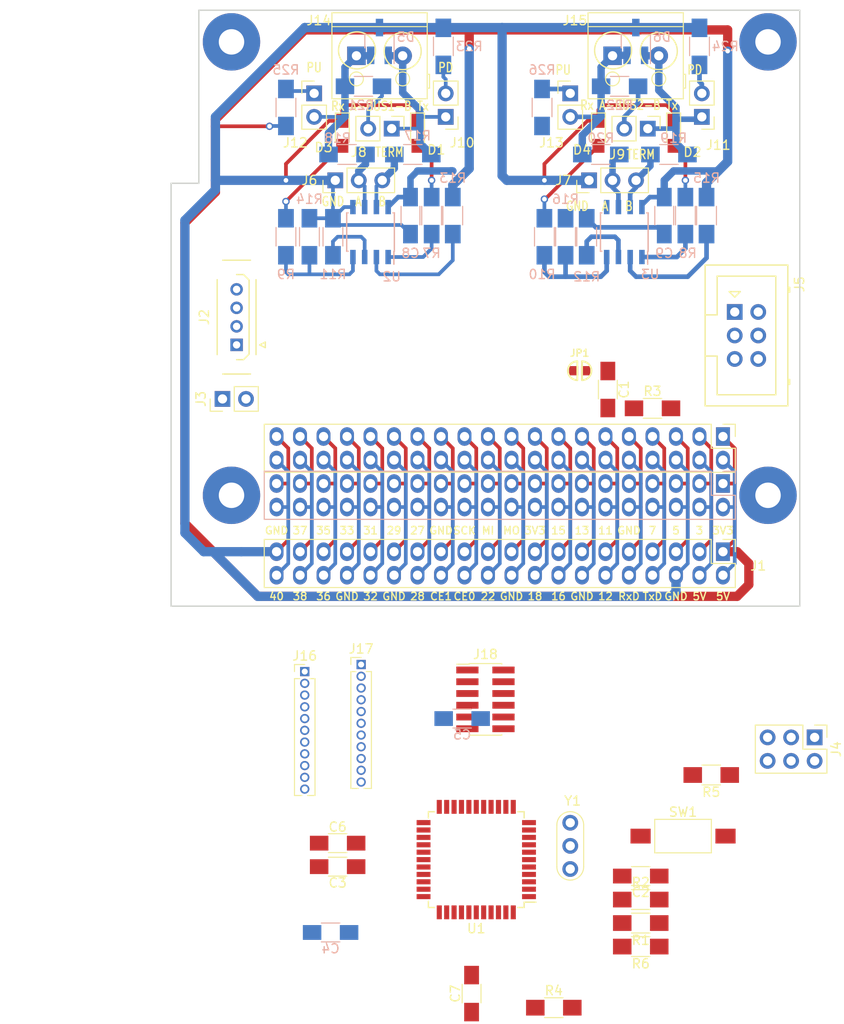
<source format=kicad_pcb>
(kicad_pcb (version 4) (host pcbnew 4.0.7-e2-6376~61~ubuntu18.04.1)
  (layers (0 F.Cu signal) (31 B.Cu signal hide) (34 B.Paste user hide) (35 F.Paste user hide) (36 B.SilkS user hide) (37 F.SilkS user) (38 B.Mask user hide) (39 F.Mask user hide) (44 Edge.Cuts user))
  (net 0 "")
  (net 1 "Net-(J1-Pad2)")
  (net 2 "Net-(J1-Pad3)")
  (net 3 "Net-(J1-Pad4)")
  (net 4 "Net-(J1-Pad5)")
  (net 5 "Net-(J1-Pad7)")
  (net 6 "Net-(J1-Pad9)")
  (net 7 "Net-(J1-Pad12)")
  (net 8 "Net-(J1-Pad13)")
  (net 9 "Net-(J1-Pad14)")
  (net 10 "Net-(J1-Pad15)")
  (net 11 "Net-(J1-Pad16)")
  (net 12 "Net-(J1-Pad17)")
  (net 13 "Net-(J1-Pad18)")
  (net 14 "Net-(J1-Pad20)")
  (net 15 "Net-(J1-Pad22)")
  (net 16 "Net-(J1-Pad26)")
  (net 17 "Net-(J1-Pad27)")
  (net 18 "Net-(J1-Pad28)")
  (net 19 "Net-(J1-Pad29)")
  (net 20 "Net-(J1-Pad30)")
  (net 21 "Net-(J1-Pad31)")
  (net 22 "Net-(J1-Pad32)")
  (net 23 "Net-(J1-Pad33)")
  (net 24 "Net-(J1-Pad34)")
  (net 25 "Net-(J1-Pad35)")
  (net 26 "Net-(J1-Pad36)")
  (net 27 "Net-(J1-Pad37)")
  (net 28 "Net-(J1-Pad38)")
  (net 29 "Net-(J1-Pad40)")
  (net 30 "Net-(U1-Pad7)")
  (net 31 "Net-(U1-Pad8)")
  (net 32 "Net-(U1-Pad19)")
  (net 33 "Net-(U1-Pad20)")
  (net 34 "Net-(U1-Pad21)")
  (net 35 "Net-(U1-Pad22)")
  (net 36 "Net-(U1-Pad23)")
  (net 37 "Net-(U1-Pad24)")
  (net 38 "Net-(U1-Pad25)")
  (net 39 "Net-(U1-Pad26)")
  (net 40 "Net-(U1-Pad30)")
  (net 41 "Net-(U1-Pad31)")
  (net 42 "Net-(U1-Pad32)")
  (net 43 "Net-(U1-Pad33)")
  (net 44 "Net-(U1-Pad34)")
  (net 45 "Net-(U1-Pad35)")
  (net 46 "Net-(U1-Pad36)")
  (net 47 "Net-(U1-Pad37)")
  (net 48 "Net-(U1-Pad40)")
  (net 49 "Net-(U1-Pad41)")
  (net 50 "Net-(U1-Pad42)")
  (net 51 "Net-(U1-Pad43)")
  (net 52 "Net-(D1-Pad2)")
  (net 53 "Net-(D2-Pad2)")
  (net 54 "Net-(C1-Pad1)")
  (net 55 GND)
  (net 56 "Net-(C3-Pad1)")
  (net 57 /UC_SCK)
  (net 58 /UC_MISO)
  (net 59 /UC_MOSI)
  (net 60 +3V3)
  (net 61 /UC_RST)
  (net 62 "Net-(C1-Pad2)")
  (net 63 "Net-(C2-Pad1)")
  (net 64 "Net-(D3-Pad2)")
  (net 65 "Net-(D4-Pad2)")
  (net 66 /Modbus/B1-A)
  (net 67 /Modbus/B1-B)
  (net 68 /Modbus/B2-A)
  (net 69 /Modbus/B2-B)
  (net 70 "Net-(J1-Pad25)")
  (net 71 "Net-(J1-Pad24)")
  (net 72 /Modbus/RxD2)
  (net 73 "Net-(J1-Pad8)")
  (net 74 "Net-(J2-Pad1)")
  (net 75 "Net-(J2-Pad3)")
  (net 76 /Modbus/TxD2)
  (net 77 "Net-(J4-Pad2)")
  (net 78 "Net-(J6-Pad2)")
  (net 79 "Net-(J6-Pad3)")
  (net 80 "Net-(J7-Pad2)")
  (net 81 "Net-(J7-Pad3)")
  (net 82 "Net-(J8-Pad2)")
  (net 83 "Net-(J9-Pad2)")
  (net 84 "Net-(J10-Pad2)")
  (net 85 "Net-(J11-Pad2)")
  (net 86 "Net-(J12-Pad1)")
  (net 87 "Net-(J13-Pad1)")
  (net 88 /Modbus/TxD1)
  (net 89 /Modbus/RxD1)
  (net 90 /Modbus/DE1)
  (net 91 /Modbus/DE2)
  (net 92 /Modbus/nRE1)
  (net 93 /Modbus/nRE2)
  (net 94 "Net-(J16-Pad1)")
  (net 95 "Net-(J16-Pad2)")
  (net 96 "Net-(J16-Pad3)")
  (net 97 "Net-(J16-Pad4)")
  (net 98 "Net-(J16-Pad5)")
  (net 99 "Net-(J16-Pad6)")
  (net 100 "Net-(J16-Pad7)")
  (net 101 "Net-(J16-Pad8)")
  (net 102 "Net-(J16-Pad9)")
  (net 103 "Net-(J17-Pad2)")
  (net 104 "Net-(J17-Pad4)")
  (net 105 "Net-(J17-Pad6)")
  (net 106 "Net-(J17-Pad8)")
  (net 107 "Net-(J17-Pad10)")
  (net 108 "Net-(J17-Pad1)")
  (net 109 "Net-(J17-Pad3)")
  (net 110 "Net-(J17-Pad5)")
  (net 111 "Net-(J17-Pad7)")
  (net 112 "Net-(J17-Pad9)")
  (net 113 "Net-(J17-Pad11)")
  (net 114 "Net-(J18-Pad1)")
  (net 115 "Net-(J18-Pad2)")
  (net 116 "Net-(J18-Pad3)")
  (net 117 "Net-(J18-Pad4)")
  (net 118 "Net-(J18-Pad5)")
  (net 119 "Net-(J18-Pad6)")
  (net 120 "Net-(J18-Pad7)")
  (net 121 "Net-(J18-Pad8)")
  (net 122 "Net-(J18-Pad9)")
  (net 123 "Net-(J18-Pad10)")
  (net 124 "Net-(J16-Pad10)")
  (net 125 "Net-(J16-Pad11)")
  (net 126 "Net-(J18-Pad11)")
  (net 127 "Net-(J18-Pad12)")
  (module Project:RPI_DINRAILBOX_4TE_72mmx91mm_DEBUG (layer F.Cu) (at 177.8 101.6)
    (fp_text reference J1 (at 3.81 8.89) (layer F.SilkS))
    (fp_text value Raspberry_Pi_2+ hide)
    (fp_text user GND (at -48.26 5.08) (layer F.SilkS) (effects (font (size 0.82 0.82))))
    (fp_text user 37 (at -45.72 5.08) (layer F.SilkS) (effects (font (size 0.82 0.82))))
    (fp_text user 35 (at -43.18 5.08) (layer F.SilkS) (effects (font (size 0.82 0.82))))
    (fp_text user 33 (at -40.64 5.08) (layer F.SilkS) (effects (font (size 0.82 0.82))))
    (fp_text user 31 (at -38.1 5.08) (layer F.SilkS) (effects (font (size 0.82 0.82))))
    (fp_text user 29 (at -35.56 5.08) (layer F.SilkS) (effects (font (size 0.82 0.82))))
    (fp_text user 27 (at -33.02 5.08) (layer F.SilkS) (effects (font (size 0.82 0.82))))
    (fp_text user GND (at -30.48 5.08) (layer F.SilkS) (effects (font (size 0.82 0.82))))
    (fp_text user SCK (at -27.94 5.08) (layer F.SilkS) (effects (font (size 0.82 0.82))))
    (fp_text user MI (at -25.4 5.08) (layer F.SilkS) (effects (font (size 0.82 0.82))))
    (fp_text user MO (at -22.86 5.08) (layer F.SilkS) (effects (font (size 0.82 0.82))))
    (fp_text user 3V3 (at -20.32 5.08) (layer F.SilkS) (effects (font (size 0.82 0.82))))
    (fp_text user 15 (at -17.78 5.08) (layer F.SilkS) (effects (font (size 0.82 0.82))))
    (fp_text user 40 (at -48.26 12.192) (layer F.SilkS) (effects (font (size 0.82 0.82))))
    (fp_text user 38 (at -45.72 12.192) (layer F.SilkS) (effects (font (size 0.82 0.82))))
    (fp_text user 36 (at -43.18 12.192) (layer F.SilkS) (effects (font (size 0.82 0.82))))
    (fp_text user GND (at -40.64 12.192) (layer F.SilkS) (effects (font (size 0.82 0.82))))
    (fp_text user 32 (at -38.1 12.192) (layer F.SilkS) (effects (font (size 0.82 0.82))))
    (fp_text user GND (at -35.56 12.192) (layer F.SilkS) (effects (font (size 0.82 0.82))))
    (fp_text user 28 (at -33.02 12.192) (layer F.SilkS) (effects (font (size 0.82 0.82))))
    (fp_text user CE1 (at -30.48 12.192) (layer F.SilkS) (effects (font (size 0.82 0.82))))
    (fp_text user CE0 (at -27.94 12.192) (layer F.SilkS) (effects (font (size 0.82 0.82))))
    (fp_text user 22 (at -25.4 12.192) (layer F.SilkS) (effects (font (size 0.82 0.82))))
    (fp_text user GND (at -22.86 12.192) (layer F.SilkS) (effects (font (size 0.82 0.82))))
    (fp_text user 18 (at -20.32 12.192) (layer F.SilkS) (effects (font (size 0.82 0.82))))
    (fp_text user 16 (at -17.78 12.192) (layer F.SilkS) (effects (font (size 0.82 0.82))))
    (fp_text user GND (at -15.24 12.192) (layer F.SilkS) (effects (font (size 0.82 0.82))))
    (fp_text user 12 (at -12.7 12.192) (layer F.SilkS) (effects (font (size 0.82 0.82))))
    (fp_text user 13 (at -15.24 5.08) (layer F.SilkS) (effects (font (size 0.82 0.82))))
    (fp_text user 11 (at -12.7 5.08) (layer F.SilkS) (effects (font (size 0.82 0.82))))
    (fp_text user RxD (at -10.16 12.192) (layer F.SilkS) (effects (font (size 0.82 0.82))))
    (fp_text user TxD (at -7.62 12.192) (layer F.SilkS) (effects (font (size 0.82 0.82))))
    (fp_text user GND (at -10.16 5.08) (layer F.SilkS) (effects (font (size 0.82 0.82))))
    (fp_text user 7 (at -7.62 5.08) (layer F.SilkS) (effects (font (size 0.82 0.82))))
    (fp_text user 5 (at -5.08 5.08) (layer F.SilkS) (effects (font (size 0.82 0.82))))
    (fp_text user 3 (at -2.54 5.08) (layer F.SilkS) (effects (font (size 0.82 0.82))))
    (fp_text user GND (at -5.08 12.192) (layer F.SilkS) (effects (font (size 0.82 0.82))))
    (fp_text user 5V (at -2.54 12.192) (layer F.SilkS) (effects (font (size 0.82 0.82))))
    (fp_text user 5V (at 0 12.192) (layer F.SilkS) (effects (font (size 0.82 0.82))))
    (fp_text user 3V3 (at 0 5.08) (layer F.SilkS) (effects (font (size 0.82 0.82))))
    (pad 40 thru_hole oval (at -48.26 2.54) (size 1.5 2) (drill 1) (layers *.Cu *.Mask) (net 29 "Net-(J1-Pad40)"))
    (pad 39 thru_hole oval (at -48.26 0) (size 1.5 2) (drill 1) (layers *.Cu *.Mask) (net 55 GND))
    (pad 38 thru_hole oval (at -45.72 2.54) (size 1.5 2) (drill 1) (layers *.Cu *.Mask) (net 28 "Net-(J1-Pad38)"))
    (pad 37 thru_hole oval (at -45.72 0) (size 1.5 2) (drill 1) (layers *.Cu *.Mask) (net 27 "Net-(J1-Pad37)"))
    (pad 36 thru_hole oval (at -43.18 2.54) (size 1.5 2) (drill 1) (layers *.Cu *.Mask) (net 26 "Net-(J1-Pad36)"))
    (pad 35 thru_hole oval (at -43.18 0) (size 1.5 2) (drill 1) (layers *.Cu *.Mask) (net 25 "Net-(J1-Pad35)"))
    (pad 34 thru_hole oval (at -40.64 2.54) (size 1.5 2) (drill 1) (layers *.Cu *.Mask) (net 24 "Net-(J1-Pad34)"))
    (pad 33 thru_hole oval (at -40.64 0) (size 1.5 2) (drill 1) (layers *.Cu *.Mask) (net 23 "Net-(J1-Pad33)"))
    (pad 32 thru_hole oval (at -38.1 2.54) (size 1.5 2) (drill 1) (layers *.Cu *.Mask) (net 22 "Net-(J1-Pad32)"))
    (pad 31 thru_hole oval (at -38.1 0) (size 1.5 2) (drill 1) (layers *.Cu *.Mask) (net 21 "Net-(J1-Pad31)"))
    (pad 30 thru_hole oval (at -35.56 2.54) (size 1.5 2) (drill 1) (layers *.Cu *.Mask) (net 20 "Net-(J1-Pad30)"))
    (pad 29 thru_hole oval (at -35.56 0) (size 1.5 2) (drill 1) (layers *.Cu *.Mask) (net 19 "Net-(J1-Pad29)"))
    (pad 28 thru_hole oval (at -33.02 2.54) (size 1.5 2) (drill 1) (layers *.Cu *.Mask) (net 18 "Net-(J1-Pad28)"))
    (pad 27 thru_hole oval (at -33.02 0) (size 1.5 2) (drill 1) (layers *.Cu *.Mask) (net 17 "Net-(J1-Pad27)"))
    (pad 26 thru_hole oval (at -30.48 2.54) (size 1.5 2) (drill 1) (layers *.Cu *.Mask) (net 16 "Net-(J1-Pad26)"))
    (pad 25 thru_hole oval (at -30.48 0) (size 1.5 2) (drill 1) (layers *.Cu *.Mask) (net 70 "Net-(J1-Pad25)"))
    (pad 24 thru_hole oval (at -27.94 2.54) (size 1.5 2) (drill 1) (layers *.Cu *.Mask) (net 71 "Net-(J1-Pad24)"))
    (pad 23 thru_hole oval (at -27.94 0) (size 1.5 2) (drill 1) (layers *.Cu *.Mask) (net 57 /UC_SCK))
    (pad 22 thru_hole oval (at -25.4 2.54) (size 1.5 2) (drill 1) (layers *.Cu *.Mask) (net 15 "Net-(J1-Pad22)"))
    (pad 21 thru_hole oval (at -25.4 0) (size 1.5 2) (drill 1) (layers *.Cu *.Mask) (net 58 /UC_MISO))
    (pad 20 thru_hole oval (at -22.86 2.54) (size 1.5 2) (drill 1) (layers *.Cu *.Mask) (net 14 "Net-(J1-Pad20)"))
    (pad 19 thru_hole oval (at -22.86 0) (size 1.5 2) (drill 1) (layers *.Cu *.Mask) (net 59 /UC_MOSI))
    (pad 18 thru_hole oval (at -20.32 2.54) (size 1.5 2) (drill 1) (layers *.Cu *.Mask) (net 13 "Net-(J1-Pad18)"))
    (pad 17 thru_hole oval (at -20.32 0) (size 1.5 2) (drill 1) (layers *.Cu *.Mask) (net 12 "Net-(J1-Pad17)"))
    (pad 16 thru_hole oval (at -17.78 2.54) (size 1.5 2) (drill 1) (layers *.Cu *.Mask) (net 11 "Net-(J1-Pad16)"))
    (pad 15 thru_hole oval (at -17.78 0) (size 1.5 2) (drill 1) (layers *.Cu *.Mask) (net 10 "Net-(J1-Pad15)"))
    (pad 14 thru_hole oval (at -15.24 2.54) (size 1.5 2) (drill 1) (layers *.Cu *.Mask) (net 9 "Net-(J1-Pad14)"))
    (pad 13 thru_hole oval (at -15.24 0) (size 1.5 2) (drill 1) (layers *.Cu *.Mask) (net 8 "Net-(J1-Pad13)"))
    (pad 12 thru_hole oval (at -12.7 2.54) (size 1.5 2) (drill 1) (layers *.Cu *.Mask) (net 7 "Net-(J1-Pad12)"))
    (pad 11 thru_hole oval (at -12.7 0) (size 1.5 2) (drill 1) (layers *.Cu *.Mask) (net 62 "Net-(C1-Pad2)"))
    (pad 10 thru_hole oval (at -10.16 2.54) (size 1.5 2) (drill 1) (layers *.Cu *.Mask) (net 72 /Modbus/RxD2))
    (pad 9 thru_hole oval (at -10.16 0) (size 1.5 2) (drill 1) (layers *.Cu *.Mask) (net 6 "Net-(J1-Pad9)"))
    (pad 8 thru_hole oval (at -7.62 2.54) (size 1.5 2) (drill 1) (layers *.Cu *.Mask) (net 73 "Net-(J1-Pad8)"))
    (pad 7 thru_hole oval (at -7.62 0) (size 1.5 2) (drill 1) (layers *.Cu *.Mask) (net 5 "Net-(J1-Pad7)"))
    (pad 6 thru_hole oval (at -5.08 2.54) (size 1.5 2) (drill 1) (layers *.Cu *.Mask) (net 55 GND))
    (pad 5 thru_hole oval (at -5.08 0) (size 1.5 2) (drill 1) (layers *.Cu *.Mask) (net 4 "Net-(J1-Pad5)"))
    (pad 4 thru_hole oval (at -2.54 2.54) (size 1.5 2) (drill 1) (layers *.Cu *.Mask) (net 3 "Net-(J1-Pad4)"))
    (pad 3 thru_hole oval (at -2.54 0) (size 1.5 2) (drill 1) (layers *.Cu *.Mask) (net 2 "Net-(J1-Pad3)"))
    (pad 2 thru_hole oval (at 0 2.54) (size 1.5 2) (drill 1) (layers *.Cu *.Mask) (net 1 "Net-(J1-Pad2)"))
    (pad 1 thru_hole rect (at 0 0) (size 1.5 2) (drill 1) (layers *.Cu *.Mask) (net 60 +3V3))
    (pad 1 thru_hole rect (at 0 -5.08) (size 1.5 2) (drill 1) (layers *.Cu *.Mask) (net 60 +3V3))
    (pad 2 thru_hole oval (at 0 -2.54) (size 1.5 2) (drill 1) (layers *.Cu *.Mask) (net 1 "Net-(J1-Pad2)"))
    (pad 3 thru_hole oval (at -2.54 -5.08) (size 1.5 2) (drill 1) (layers *.Cu *.Mask) (net 2 "Net-(J1-Pad3)"))
    (pad 4 thru_hole oval (at -2.54 -2.54) (size 1.5 2) (drill 1) (layers *.Cu *.Mask) (net 3 "Net-(J1-Pad4)"))
    (pad 5 thru_hole oval (at -5.08 -5.08) (size 1.5 2) (drill 1) (layers *.Cu *.Mask) (net 4 "Net-(J1-Pad5)"))
    (pad 6 thru_hole oval (at -5.08 -2.54) (size 1.5 2) (drill 1) (layers *.Cu *.Mask) (net 55 GND))
    (pad 7 thru_hole oval (at -7.62 -5.08) (size 1.5 2) (drill 1) (layers *.Cu *.Mask) (net 5 "Net-(J1-Pad7)"))
    (pad 8 thru_hole oval (at -7.62 -2.54) (size 1.5 2) (drill 1) (layers *.Cu *.Mask) (net 73 "Net-(J1-Pad8)"))
    (pad 9 thru_hole oval (at -10.16 -5.08) (size 1.5 2) (drill 1) (layers *.Cu *.Mask) (net 6 "Net-(J1-Pad9)"))
    (pad 10 thru_hole oval (at -10.16 -2.54) (size 1.5 2) (drill 1) (layers *.Cu *.Mask) (net 72 /Modbus/RxD2))
    (pad 11 thru_hole oval (at -12.7 -5.08) (size 1.5 2) (drill 1) (layers *.Cu *.Mask) (net 62 "Net-(C1-Pad2)"))
    (pad 12 thru_hole oval (at -12.7 -2.54) (size 1.5 2) (drill 1) (layers *.Cu *.Mask) (net 7 "Net-(J1-Pad12)"))
    (pad 13 thru_hole oval (at -15.24 -5.08) (size 1.5 2) (drill 1) (layers *.Cu *.Mask) (net 8 "Net-(J1-Pad13)"))
    (pad 14 thru_hole oval (at -15.24 -2.54) (size 1.5 2) (drill 1) (layers *.Cu *.Mask) (net 9 "Net-(J1-Pad14)"))
    (pad 15 thru_hole oval (at -17.78 -5.08) (size 1.5 2) (drill 1) (layers *.Cu *.Mask) (net 10 "Net-(J1-Pad15)"))
    (pad 16 thru_hole oval (at -17.78 -2.54) (size 1.5 2) (drill 1) (layers *.Cu *.Mask) (net 11 "Net-(J1-Pad16)"))
    (pad 17 thru_hole oval (at -20.32 -5.08) (size 1.5 2) (drill 1) (layers *.Cu *.Mask) (net 12 "Net-(J1-Pad17)"))
    (pad 18 thru_hole oval (at -20.32 -2.54) (size 1.5 2) (drill 1) (layers *.Cu *.Mask) (net 13 "Net-(J1-Pad18)"))
    (pad 19 thru_hole oval (at -22.86 -5.08) (size 1.5 2) (drill 1) (layers *.Cu *.Mask) (net 59 /UC_MOSI))
    (pad 20 thru_hole oval (at -22.86 -2.54) (size 1.5 2) (drill 1) (layers *.Cu *.Mask) (net 14 "Net-(J1-Pad20)"))
    (pad 21 thru_hole oval (at -25.4 -5.08) (size 1.5 2) (drill 1) (layers *.Cu *.Mask) (net 58 /UC_MISO))
    (pad 22 thru_hole oval (at -25.4 -2.54) (size 1.5 2) (drill 1) (layers *.Cu *.Mask) (net 15 "Net-(J1-Pad22)"))
    (pad 23 thru_hole oval (at -27.94 -5.08) (size 1.5 2) (drill 1) (layers *.Cu *.Mask) (net 57 /UC_SCK))
    (pad 24 thru_hole oval (at -27.94 -2.54) (size 1.5 2) (drill 1) (layers *.Cu *.Mask) (net 71 "Net-(J1-Pad24)"))
    (pad 25 thru_hole oval (at -30.48 -5.08) (size 1.5 2) (drill 1) (layers *.Cu *.Mask) (net 70 "Net-(J1-Pad25)"))
    (pad 26 thru_hole oval (at -30.48 -2.54) (size 1.5 2) (drill 1) (layers *.Cu *.Mask) (net 16 "Net-(J1-Pad26)"))
    (pad 27 thru_hole oval (at -33.02 -5.08) (size 1.5 2) (drill 1) (layers *.Cu *.Mask) (net 17 "Net-(J1-Pad27)"))
    (pad 28 thru_hole oval (at -33.02 -2.54) (size 1.5 2) (drill 1) (layers *.Cu *.Mask) (net 18 "Net-(J1-Pad28)"))
    (pad 29 thru_hole oval (at -35.56 -5.08) (size 1.5 2) (drill 1) (layers *.Cu *.Mask) (net 19 "Net-(J1-Pad29)"))
    (pad 30 thru_hole oval (at -35.56 -2.54) (size 1.5 2) (drill 1) (layers *.Cu *.Mask) (net 20 "Net-(J1-Pad30)"))
    (pad 31 thru_hole oval (at -38.1 -5.08) (size 1.5 2) (drill 1) (layers *.Cu *.Mask) (net 21 "Net-(J1-Pad31)"))
    (pad 32 thru_hole oval (at -38.1 -2.54) (size 1.5 2) (drill 1) (layers *.Cu *.Mask) (net 22 "Net-(J1-Pad32)"))
    (pad 33 thru_hole oval (at -40.64 -5.08) (size 1.5 2) (drill 1) (layers *.Cu *.Mask) (net 23 "Net-(J1-Pad33)"))
    (pad 34 thru_hole oval (at -40.64 -2.54) (size 1.5 2) (drill 1) (layers *.Cu *.Mask) (net 24 "Net-(J1-Pad34)"))
    (pad 35 thru_hole oval (at -43.18 -5.08) (size 1.5 2) (drill 1) (layers *.Cu *.Mask) (net 25 "Net-(J1-Pad35)"))
    (pad 36 thru_hole oval (at -43.18 -2.54) (size 1.5 2) (drill 1) (layers *.Cu *.Mask) (net 26 "Net-(J1-Pad36)"))
    (pad 37 thru_hole oval (at -45.72 -5.08) (size 1.5 2) (drill 1) (layers *.Cu *.Mask) (net 27 "Net-(J1-Pad37)"))
    (pad 38 thru_hole oval (at -45.72 -2.54) (size 1.5 2) (drill 1) (layers *.Cu *.Mask) (net 28 "Net-(J1-Pad38)"))
    (pad 39 thru_hole oval (at -48.26 -5.08) (size 1.5 2) (drill 1) (layers *.Cu *.Mask) (net 55 GND))
    (pad 40 thru_hole oval (at -48.26 -2.54) (size 1.5 2) (drill 1) (layers *.Cu *.Mask) (net 29 "Net-(J1-Pad40)"))
    (pad 40 thru_hole oval (at -48.26 9.906) (size 1.5 2) (drill 1) (layers *.Cu *.Mask) (net 29 "Net-(J1-Pad40)"))
    (pad 39 thru_hole oval (at -48.26 7.366) (size 1.5 2) (drill 1) (layers *.Cu *.Mask) (net 55 GND))
    (pad 38 thru_hole oval (at -45.72 9.906) (size 1.5 2) (drill 1) (layers *.Cu *.Mask) (net 28 "Net-(J1-Pad38)"))
    (pad 37 thru_hole oval (at -45.72 7.366) (size 1.5 2) (drill 1) (layers *.Cu *.Mask) (net 27 "Net-(J1-Pad37)"))
    (pad 36 thru_hole oval (at -43.18 9.906) (size 1.5 2) (drill 1) (layers *.Cu *.Mask) (net 26 "Net-(J1-Pad36)"))
    (pad 35 thru_hole oval (at -43.18 7.366) (size 1.5 2) (drill 1) (layers *.Cu *.Mask) (net 25 "Net-(J1-Pad35)"))
    (pad 34 thru_hole oval (at -40.64 9.906) (size 1.5 2) (drill 1) (layers *.Cu *.Mask) (net 24 "Net-(J1-Pad34)"))
    (pad 33 thru_hole oval (at -40.64 7.366) (size 1.5 2) (drill 1) (layers *.Cu *.Mask) (net 23 "Net-(J1-Pad33)"))
    (pad 32 thru_hole oval (at -38.1 9.906) (size 1.5 2) (drill 1) (layers *.Cu *.Mask) (net 22 "Net-(J1-Pad32)"))
    (pad 31 thru_hole oval (at -38.1 7.366) (size 1.5 2) (drill 1) (layers *.Cu *.Mask) (net 21 "Net-(J1-Pad31)"))
    (pad 30 thru_hole oval (at -35.56 9.906) (size 1.5 2) (drill 1) (layers *.Cu *.Mask) (net 20 "Net-(J1-Pad30)"))
    (pad 29 thru_hole oval (at -35.56 7.366) (size 1.5 2) (drill 1) (layers *.Cu *.Mask) (net 19 "Net-(J1-Pad29)"))
    (pad 28 thru_hole oval (at -33.02 9.906) (size 1.5 2) (drill 1) (layers *.Cu *.Mask) (net 18 "Net-(J1-Pad28)"))
    (pad 27 thru_hole oval (at -33.02 7.366) (size 1.5 2) (drill 1) (layers *.Cu *.Mask) (net 17 "Net-(J1-Pad27)"))
    (pad 26 thru_hole oval (at -30.48 9.906) (size 1.5 2) (drill 1) (layers *.Cu *.Mask) (net 16 "Net-(J1-Pad26)"))
    (pad 25 thru_hole oval (at -30.48 7.366) (size 1.5 2) (drill 1) (layers *.Cu *.Mask) (net 70 "Net-(J1-Pad25)"))
    (pad 24 thru_hole oval (at -27.94 9.906) (size 1.5 2) (drill 1) (layers *.Cu *.Mask) (net 71 "Net-(J1-Pad24)"))
    (pad 23 thru_hole oval (at -27.94 7.366) (size 1.5 2) (drill 1) (layers *.Cu *.Mask) (net 57 /UC_SCK))
    (pad 22 thru_hole oval (at -25.4 9.906) (size 1.5 2) (drill 1) (layers *.Cu *.Mask) (net 15 "Net-(J1-Pad22)"))
    (pad 21 thru_hole oval (at -25.4 7.366) (size 1.5 2) (drill 1) (layers *.Cu *.Mask) (net 58 /UC_MISO))
    (pad 20 thru_hole oval (at -22.86 9.906) (size 1.5 2) (drill 1) (layers *.Cu *.Mask) (net 14 "Net-(J1-Pad20)"))
    (pad 19 thru_hole oval (at -22.86 7.366) (size 1.5 2) (drill 1) (layers *.Cu *.Mask) (net 59 /UC_MOSI))
    (pad 18 thru_hole oval (at -20.32 9.906) (size 1.5 2) (drill 1) (layers *.Cu *.Mask) (net 13 "Net-(J1-Pad18)"))
    (pad 17 thru_hole oval (at -20.32 7.366) (size 1.5 2) (drill 1) (layers *.Cu *.Mask) (net 12 "Net-(J1-Pad17)"))
    (pad 16 thru_hole oval (at -17.78 9.906) (size 1.5 2) (drill 1) (layers *.Cu *.Mask) (net 11 "Net-(J1-Pad16)"))
    (pad 15 thru_hole oval (at -17.78 7.366) (size 1.5 2) (drill 1) (layers *.Cu *.Mask) (net 10 "Net-(J1-Pad15)"))
    (pad 14 thru_hole oval (at -15.24 9.906) (size 1.5 2) (drill 1) (layers *.Cu *.Mask) (net 9 "Net-(J1-Pad14)"))
    (pad 13 thru_hole oval (at -15.24 7.366) (size 1.5 2) (drill 1) (layers *.Cu *.Mask) (net 8 "Net-(J1-Pad13)"))
    (pad 12 thru_hole oval (at -12.7 9.906) (size 1.5 2) (drill 1) (layers *.Cu *.Mask) (net 7 "Net-(J1-Pad12)"))
    (pad 11 thru_hole oval (at -12.7 7.366) (size 1.5 2) (drill 1) (layers *.Cu *.Mask) (net 62 "Net-(C1-Pad2)"))
    (pad 10 thru_hole oval (at -10.16 9.906) (size 1.5 2) (drill 1) (layers *.Cu *.Mask) (net 72 /Modbus/RxD2))
    (pad 9 thru_hole oval (at -10.16 7.366) (size 1.5 2) (drill 1) (layers *.Cu *.Mask) (net 6 "Net-(J1-Pad9)"))
    (pad 8 thru_hole oval (at -7.62 9.906) (size 1.5 2) (drill 1) (layers *.Cu *.Mask) (net 73 "Net-(J1-Pad8)"))
    (pad 7 thru_hole oval (at -7.62 7.366) (size 1.5 2) (drill 1) (layers *.Cu *.Mask) (net 5 "Net-(J1-Pad7)"))
    (pad 6 thru_hole oval (at -5.08 9.906) (size 1.5 2) (drill 1) (layers *.Cu *.Mask) (net 55 GND))
    (pad 5 thru_hole oval (at -5.08 7.366) (size 1.5 2) (drill 1) (layers *.Cu *.Mask) (net 4 "Net-(J1-Pad5)"))
    (pad 4 thru_hole oval (at -2.54 9.906) (size 1.5 2) (drill 1) (layers *.Cu *.Mask) (net 3 "Net-(J1-Pad4)"))
    (pad 3 thru_hole oval (at -2.54 7.366) (size 1.5 2) (drill 1) (layers *.Cu *.Mask) (net 2 "Net-(J1-Pad3)"))
    (pad 2 thru_hole oval (at 0 9.906) (size 1.5 2) (drill 1) (layers *.Cu *.Mask) (net 1 "Net-(J1-Pad2)"))
    (pad 1 thru_hole rect (at 0 7.366) (size 1.5 2) (drill 1) (layers *.Cu *.Mask) (net 60 +3V3))
    (pad "" np_thru_hole circle (at 4.87 -47.73) (size 6.2 6.2) (drill 2.75) (layers *.Cu *.Mask))
    (pad "" np_thru_hole circle (at -53.13 -47.73) (size 6.2 6.2) (drill 2.75) (layers *.Cu *.Mask))
    (pad "" np_thru_hole circle (at -53.13 1.27) (size 6.2 6.2) (drill 2.75) (layers *.Cu *.Mask))
    (pad "" np_thru_hole circle (at 4.87 1.27) (size 6.2 6.2) (drill 2.75) (layers *.Cu *.Mask))
  )
  (module Capacitors_SMD:C_1206_HandSoldering (layer F.Cu) (at 165.354 91.44 270)
    (fp_text reference C1 (at 0 -1.75 270) (layer F.SilkS))
    (fp_text value 100n hide)
    (pad 1 smd rect (at -2 0 270) (size 2 1.6) (layers F.Cu F.Paste F.Mask) (net 54 "Net-(C1-Pad1)"))
    (pad 2 smd rect (at 2 0 270) (size 2 1.6) (layers F.Cu F.Paste F.Mask) (net 62 "Net-(C1-Pad2)"))
  )
  (module Capacitors_SMD:C_1206_HandSoldering (layer F.Cu) (at 168.91 144.018 180)
    (fp_text reference C2 (at 0 -1.75 180) (layer F.SilkS))
    (fp_text value 100n hide)
    (pad 1 smd rect (at -2 0 180) (size 2 1.6) (layers F.Cu F.Paste F.Mask) (net 63 "Net-(C2-Pad1)"))
    (pad 2 smd rect (at 2 0 180) (size 2 1.6) (layers F.Cu F.Paste F.Mask) (net 55 GND))
  )
  (module Capacitors_SMD:C_1206_HandSoldering (layer F.Cu) (at 136.144 143.002 180)
    (fp_text reference C3 (at 0 -1.75 180) (layer F.SilkS))
    (fp_text value 100n hide)
    (pad 1 smd rect (at -2 0 180) (size 2 1.6) (layers F.Cu F.Paste F.Mask) (net 56 "Net-(C3-Pad1)"))
    (pad 2 smd rect (at 2 0 180) (size 2 1.6) (layers F.Cu F.Paste F.Mask) (net 55 GND))
  )
  (module Capacitors_SMD:C_1206_HandSoldering (layer B.Cu) (at 135.382 150.114)
    (fp_text reference C4 (at 0 1.75) (layer B.SilkS) (effects (justify mirror)))
    (fp_text value 100n)
    (pad 1 smd rect (at -2 0) (size 2 1.6) (layers B.Cu B.Paste B.Mask) (net 55 GND))
    (pad 2 smd rect (at 2 0) (size 2 1.6) (layers B.Cu B.Paste B.Mask) (net 60 +3V3))
  )
  (module Capacitors_SMD:C_1206_HandSoldering (layer B.Cu) (at 149.606 127)
    (fp_text reference C5 (at 0 1.75) (layer B.SilkS) (effects (justify mirror)))
    (fp_text value 100n hide)
    (pad 1 smd rect (at -2 0) (size 2 1.6) (layers B.Cu B.Paste B.Mask) (net 55 GND))
    (pad 2 smd rect (at 2 0) (size 2 1.6) (layers B.Cu B.Paste B.Mask) (net 60 +3V3))
  )
  (module Capacitors_SMD:C_1206_HandSoldering (layer F.Cu) (at 136.144 140.462)
    (fp_text reference C6 (at 0 -1.75) (layer F.SilkS))
    (fp_text value 100n hide)
    (pad 1 smd rect (at -2 0) (size 2 1.6) (layers F.Cu F.Paste F.Mask) (net 55 GND))
    (pad 2 smd rect (at 2 0) (size 2 1.6) (layers F.Cu F.Paste F.Mask) (net 60 +3V3))
  )
  (module Capacitors_SMD:C_1206_HandSoldering (layer F.Cu) (at 150.622 156.718 90)
    (fp_text reference C7 (at 0 -1.75 90) (layer F.SilkS))
    (fp_text value 100n hide)
    (pad 1 smd rect (at -2 0 90) (size 2 1.6) (layers F.Cu F.Paste F.Mask) (net 55 GND))
    (pad 2 smd rect (at 2 0 90) (size 2 1.6) (layers F.Cu F.Paste F.Mask) (net 60 +3V3))
  )
  (module Capacitors_SMD:C_1206_HandSoldering (layer B.Cu) (at 144.018 72.644 90)
    (fp_text reference C8 (at -4.064 0 180) (layer B.SilkS) (effects (justify mirror)))
    (fp_text value 100n hide)
    (pad 1 smd rect (at -2 0 90) (size 2 1.6) (layers B.Cu B.Paste B.Mask) (net 55 GND))
    (pad 2 smd rect (at 2 0 90) (size 2 1.6) (layers B.Cu B.Paste B.Mask) (net 60 +3V3))
  )
  (module Capacitors_SMD:C_1206_HandSoldering (layer B.Cu) (at 171.45 72.644 90)
    (fp_text reference C9 (at -4.064 0 180) (layer B.SilkS) (effects (justify mirror)))
    (fp_text value 100n hide)
    (pad 1 smd rect (at -2 0 90) (size 2 1.6) (layers B.Cu B.Paste B.Mask) (net 55 GND))
    (pad 2 smd rect (at 2 0 90) (size 2 1.6) (layers B.Cu B.Paste B.Mask) (net 60 +3V3))
  )
  (module LEDs:LED_0805_HandSoldering (layer F.Cu) (at 144.78 63.754 270)
    (fp_text reference D1 (at 1.778 -2.032 360) (layer F.SilkS))
    (fp_text value LED hide)
    (pad 1 smd rect (at -1.35 0 270) (size 1.5 1.3) (layers F.Cu F.Paste F.Mask) (net 55 GND))
    (pad 2 smd rect (at 1.35 0 270) (size 1.5 1.3) (layers F.Cu F.Paste F.Mask) (net 52 "Net-(D1-Pad2)"))
  )
  (module LEDs:LED_0805_HandSoldering (layer F.Cu) (at 172.466 63.754 270)
    (fp_text reference D2 (at 2.032 -2.032 360) (layer F.SilkS))
    (fp_text value LED hide)
    (pad 1 smd rect (at -1.35 0 270) (size 1.5 1.3) (layers F.Cu F.Paste F.Mask) (net 55 GND))
    (pad 2 smd rect (at 1.35 0 270) (size 1.5 1.3) (layers F.Cu F.Paste F.Mask) (net 53 "Net-(D2-Pad2)"))
  )
  (module LEDs:LED_0805_HandSoldering (layer F.Cu) (at 136.652 63.754 270)
    (fp_text reference D3 (at 1.524 2.032 360) (layer F.SilkS))
    (fp_text value LED hide)
    (pad 1 smd rect (at -1.35 0 270) (size 1.5 1.3) (layers F.Cu F.Paste F.Mask) (net 55 GND))
    (pad 2 smd rect (at 1.35 0 270) (size 1.5 1.3) (layers F.Cu F.Paste F.Mask) (net 64 "Net-(D3-Pad2)"))
  )
  (module LEDs:LED_0805_HandSoldering (layer F.Cu) (at 164.338 63.754 270)
    (fp_text reference D4 (at 1.778 1.778 360) (layer F.SilkS))
    (fp_text value LED hide)
    (pad 1 smd rect (at -1.35 0 270) (size 1.5 1.3) (layers F.Cu F.Paste F.Mask) (net 55 GND))
    (pad 2 smd rect (at 1.35 0 270) (size 1.5 1.3) (layers F.Cu F.Paste F.Mask) (net 65 "Net-(D4-Pad2)"))
  )
  (module TO_SOT_Packages_SMD:SOT-23_Handsoldering (layer B.Cu) (at 140.6652 53.8226 90)
    (fp_text reference D5 (at 0.4826 2.8448 180) (layer B.SilkS) (effects (justify mirror)))
    (fp_text value D_TVS_x2_AAC hide)
    (pad 1 smd rect (at -1.5 0.95 90) (size 1.9 0.8) (layers B.Cu B.Paste B.Mask) (net 67 /Modbus/B1-B))
    (pad 2 smd rect (at -1.5 -0.95 90) (size 1.9 0.8) (layers B.Cu B.Paste B.Mask) (net 66 /Modbus/B1-A))
    (pad 3 smd rect (at 1.5 0 90) (size 1.9 0.8) (layers B.Cu B.Paste B.Mask) (net 55 GND))
  )
  (module TO_SOT_Packages_SMD:SOT-23_Handsoldering (layer B.Cu) (at 168.3766 53.8226 90)
    (fp_text reference D6 (at 0.4826 2.8194 180) (layer B.SilkS) (effects (justify mirror)))
    (fp_text value D_TVS_x2_AAC hide)
    (pad 1 smd rect (at -1.5 0.95 90) (size 1.9 0.8) (layers B.Cu B.Paste B.Mask) (net 69 /Modbus/B2-B))
    (pad 2 smd rect (at -1.5 -0.95 90) (size 1.9 0.8) (layers B.Cu B.Paste B.Mask) (net 68 /Modbus/B2-A))
    (pad 3 smd rect (at 1.5 0 90) (size 1.9 0.8) (layers B.Cu B.Paste B.Mask) (net 55 GND))
  )
  (module Connectors_Harwin:Harwin_LTek-Male_04x2.00mm_Straight_StrainRelief (layer F.Cu) (at 125.222 86.614 90)
    (fp_text reference J2 (at 3 -3.5 90) (layer F.SilkS))
    (fp_text value UART-Harwin4 hide)
    (pad 1 thru_hole rect (at 0 0 90) (size 1.35 1.35) (drill 0.8) (layers *.Cu *.Mask) (net 74 "Net-(J2-Pad1)"))
    (pad 2 thru_hole circle (at 2 0 90) (size 1.35 1.35) (drill 0.8) (layers *.Cu *.Mask) (net 55 GND))
    (pad 3 thru_hole circle (at 4 0 90) (size 1.35 1.35) (drill 0.8) (layers *.Cu *.Mask) (net 75 "Net-(J2-Pad3)"))
    (pad 4 thru_hole circle (at 6 0 90) (size 1.35 1.35) (drill 0.8) (layers *.Cu *.Mask) (net 72 /Modbus/RxD2))
    (pad "" np_thru_hole circle (at -2.25 -2.375 90) (size 0.95 0.95) (drill 0.95) (layers *.Cu *.Mask))
    (pad "" np_thru_hole circle (at -2.25 2.375 90) (size 0.95 0.95) (drill 0.95) (layers *.Cu *.Mask))
    (pad "" np_thru_hole circle (at 8.25 -2.375 90) (size 0.95 0.95) (drill 0.95) (layers *.Cu *.Mask))
    (pad "" np_thru_hole circle (at 8.25 2.375 90) (size 0.95 0.95) (drill 0.95) (layers *.Cu *.Mask))
  )
  (module Pin_Headers:Pin_Header_Straight_1x02_Pitch2.54mm (layer F.Cu) (at 123.698 92.456 90)
    (fp_text reference J3 (at 0 -2.33 90) (layer F.SilkS))
    (fp_text value Conn_01x02 hide)
    (pad 1 thru_hole rect (at 0 0 90) (size 1.7 1.7) (drill 1) (layers *.Cu *.Mask) (net 60 +3V3))
    (pad 2 thru_hole oval (at 0 2.54 90) (size 1.7 1.7) (drill 1) (layers *.Cu *.Mask) (net 74 "Net-(J2-Pad1)"))
  )
  (module Pin_Headers:Pin_Header_Straight_2x03_Pitch2.54mm (layer F.Cu) (at 187.706 129.032 270)
    (fp_text reference J4 (at 1.27 -2.33 270) (layer F.SilkS))
    (fp_text value Conn_02x03_Odd_Even hide)
    (pad 1 thru_hole rect (at 0 0 270) (size 1.7 1.7) (drill 1) (layers *.Cu *.Mask) (net 76 /Modbus/TxD2))
    (pad 2 thru_hole oval (at 2.54 0 270) (size 1.7 1.7) (drill 1) (layers *.Cu *.Mask) (net 77 "Net-(J4-Pad2)"))
    (pad 3 thru_hole oval (at 0 2.54 270) (size 1.7 1.7) (drill 1) (layers *.Cu *.Mask) (net 75 "Net-(J2-Pad3)"))
    (pad 4 thru_hole oval (at 2.54 2.54 270) (size 1.7 1.7) (drill 1) (layers *.Cu *.Mask) (net 77 "Net-(J4-Pad2)"))
    (pad 5 thru_hole oval (at 0 5.08 270) (size 1.7 1.7) (drill 1) (layers *.Cu *.Mask) (net 73 "Net-(J1-Pad8)"))
    (pad 6 thru_hole oval (at 2.54 5.08 270) (size 1.7 1.7) (drill 1) (layers *.Cu *.Mask) (net 77 "Net-(J4-Pad2)"))
  )
  (module Project:IDC_2x3x2.54mm_Straight (layer F.Cu) (at 179.07 83.058 270)
    (fp_text reference J5 (at -3 -7 270) (layer F.SilkS))
    (fp_text value Atmega-ISP-6 hide)
    (pad 1 thru_hole rect (at 0 0 270) (size 1.7 1.7) (drill 1) (layers *.Cu *.Mask) (net 58 /UC_MISO))
    (pad 2 thru_hole circle (at 0 -2.54 270) (size 1.7 1.7) (drill 1) (layers *.Cu *.Mask) (net 60 +3V3))
    (pad 3 thru_hole circle (at 2.54 0 270) (size 1.7 1.7) (drill 1) (layers *.Cu *.Mask) (net 57 /UC_SCK))
    (pad 4 thru_hole circle (at 2.54 -2.54 270) (size 1.7 1.7) (drill 1) (layers *.Cu *.Mask) (net 59 /UC_MOSI))
    (pad 5 thru_hole circle (at 5.08 0 270) (size 1.7 1.7) (drill 1) (layers *.Cu *.Mask) (net 61 /UC_RST))
    (pad 6 thru_hole circle (at 5.08 -2.54 270) (size 1.7 1.7) (drill 1) (layers *.Cu *.Mask) (net 55 GND))
  )
  (module Pin_Headers:Pin_Header_Straight_1x03_Pitch2.54mm (layer F.Cu) (at 135.89 68.834 90)
    (fp_text reference J6 (at 0 -2.794 180) (layer F.SilkS))
    (fp_text value Conn_01x03 hide)
    (pad 1 thru_hole rect (at 0 0 90) (size 1.7 1.7) (drill 1) (layers *.Cu *.Mask) (net 55 GND))
    (pad 2 thru_hole oval (at 0 2.54 90) (size 1.7 1.7) (drill 1) (layers *.Cu *.Mask) (net 78 "Net-(J6-Pad2)"))
    (pad 3 thru_hole oval (at 0 5.08 90) (size 1.7 1.7) (drill 1) (layers *.Cu *.Mask) (net 79 "Net-(J6-Pad3)"))
  )
  (module Pin_Headers:Pin_Header_Straight_1x03_Pitch2.54mm (layer F.Cu) (at 163.322 68.834 90)
    (fp_text reference J7 (at 0 -2.794 180) (layer F.SilkS))
    (fp_text value Conn_01x03 hide)
    (pad 1 thru_hole rect (at 0 0 90) (size 1.7 1.7) (drill 1) (layers *.Cu *.Mask) (net 55 GND))
    (pad 2 thru_hole oval (at 0 2.54 90) (size 1.7 1.7) (drill 1) (layers *.Cu *.Mask) (net 80 "Net-(J7-Pad2)"))
    (pad 3 thru_hole oval (at 0 5.08 90) (size 1.7 1.7) (drill 1) (layers *.Cu *.Mask) (net 81 "Net-(J7-Pad3)"))
  )
  (module Pin_Headers:Pin_Header_Straight_1x02_Pitch2.54mm (layer F.Cu) (at 141.986 63.246 270)
    (fp_text reference J8 (at 2.54 3.556 540) (layer F.SilkS))
    (fp_text value Conn_01x02 hide)
    (pad 1 thru_hole rect (at 0 0 270) (size 1.7 1.7) (drill 1) (layers *.Cu *.Mask) (net 67 /Modbus/B1-B))
    (pad 2 thru_hole oval (at 0 2.54 270) (size 1.7 1.7) (drill 1) (layers *.Cu *.Mask) (net 82 "Net-(J8-Pad2)"))
  )
  (module Pin_Headers:Pin_Header_Straight_1x02_Pitch2.54mm (layer F.Cu) (at 169.672 63.246 270)
    (fp_text reference J9 (at 2.794 3.302 360) (layer F.SilkS))
    (fp_text value Conn_01x02 hide)
    (pad 1 thru_hole rect (at 0 0 270) (size 1.7 1.7) (drill 1) (layers *.Cu *.Mask) (net 69 /Modbus/B2-B))
    (pad 2 thru_hole oval (at 0 2.54 270) (size 1.7 1.7) (drill 1) (layers *.Cu *.Mask) (net 83 "Net-(J9-Pad2)"))
  )
  (module Pin_Headers:Pin_Header_Straight_1x02_Pitch2.54mm (layer F.Cu) (at 147.828 61.976 180)
    (fp_text reference J10 (at -1.778 -2.794 180) (layer F.SilkS))
    (fp_text value Conn_01x02 hide)
    (pad 1 thru_hole rect (at 0 0 180) (size 1.7 1.7) (drill 1) (layers *.Cu *.Mask) (net 67 /Modbus/B1-B))
    (pad 2 thru_hole oval (at 0 2.54 180) (size 1.7 1.7) (drill 1) (layers *.Cu *.Mask) (net 84 "Net-(J10-Pad2)"))
  )
  (module Pin_Headers:Pin_Header_Straight_1x02_Pitch2.54mm (layer F.Cu) (at 175.514 61.976 180)
    (fp_text reference J11 (at -1.778 -3.048 180) (layer F.SilkS))
    (fp_text value Conn_01x02 hide)
    (pad 1 thru_hole rect (at 0 0 180) (size 1.7 1.7) (drill 1) (layers *.Cu *.Mask) (net 69 /Modbus/B2-B))
    (pad 2 thru_hole oval (at 0 2.54 180) (size 1.7 1.7) (drill 1) (layers *.Cu *.Mask) (net 85 "Net-(J11-Pad2)"))
  )
  (module Pin_Headers:Pin_Header_Straight_1x02_Pitch2.54mm (layer F.Cu) (at 133.604 59.436)
    (fp_text reference J12 (at -2.032 5.334) (layer F.SilkS))
    (fp_text value Conn_01x02 hide)
    (pad 1 thru_hole rect (at 0 0) (size 1.7 1.7) (drill 1) (layers *.Cu *.Mask) (net 86 "Net-(J12-Pad1)"))
    (pad 2 thru_hole oval (at 0 2.54) (size 1.7 1.7) (drill 1) (layers *.Cu *.Mask) (net 66 /Modbus/B1-A))
  )
  (module Pin_Headers:Pin_Header_Straight_1x02_Pitch2.54mm (layer F.Cu) (at 161.29 59.436)
    (fp_text reference J13 (at -2.032 5.334) (layer F.SilkS))
    (fp_text value Conn_01x02 hide)
    (pad 1 thru_hole rect (at 0 0) (size 1.7 1.7) (drill 1) (layers *.Cu *.Mask) (net 87 "Net-(J13-Pad1)"))
    (pad 2 thru_hole oval (at 0 2.54) (size 1.7 1.7) (drill 1) (layers *.Cu *.Mask) (net 68 /Modbus/B2-A))
  )
  (module Project:Terminalblock-2x-5mm (layer F.Cu) (at 138.176 55.372)
    (fp_text reference J14 (at -4.064 -3.81) (layer F.SilkS))
    (fp_text value Screw_Terminal_01x02 hide)
    (pad 2 thru_hole circle (at 5 0) (size 2 2) (drill 1) (layers *.Cu *.Mask) (net 67 /Modbus/B1-B))
    (pad 1 thru_hole rect (at 0 0) (size 2 2) (drill 1) (layers *.Cu *.Mask) (net 66 /Modbus/B1-A))
  )
  (module Project:Terminalblock-2x-5mm (layer F.Cu) (at 165.862 55.372)
    (fp_text reference J15 (at -4.064 -3.81) (layer F.SilkS))
    (fp_text value Screw_Terminal_01x02 hide)
    (pad 2 thru_hole circle (at 5 0) (size 2 2) (drill 1) (layers *.Cu *.Mask) (net 69 /Modbus/B2-B))
    (pad 1 thru_hole rect (at 0 0) (size 2 2) (drill 1) (layers *.Cu *.Mask) (net 68 /Modbus/B2-A))
  )
  (module Project:SOLDER-JUMPER_1-WAY (layer F.Cu) (at 162.306 89.408 180)
    (fp_text reference JP1 (at 0 1.905 180) (layer F.SilkS) (effects (font (size 0.762 0.762) (thickness 0.1524))))
    (fp_text value Jumper_NC_Small hide)
    (pad 1 smd rect (at -0.65 0 180) (size 1 1) (layers F.Cu F.Paste F.Mask) (net 54 "Net-(C1-Pad1)"))
    (pad 2 smd rect (at 0.65 0 180) (size 1 1) (layers F.Cu F.Paste F.Mask) (net 63 "Net-(C2-Pad1)"))
  )
  (module Resistors_SMD:R_1206_HandSoldering (layer F.Cu) (at 168.91 149.098 180)
    (fp_text reference R1 (at 0 -1.85 180) (layer F.SilkS))
    (fp_text value 10K hide)
    (pad 1 smd rect (at -2 0 180) (size 2 1.7) (layers F.Cu F.Paste F.Mask) (net 63 "Net-(C2-Pad1)"))
    (pad 2 smd rect (at 2 0 180) (size 2 1.7) (layers F.Cu F.Paste F.Mask) (net 60 +3V3))
  )
  (module Resistors_SMD:R_1206_HandSoldering (layer F.Cu) (at 168.91 146.558)
    (fp_text reference R2 (at 0 -1.85) (layer F.SilkS))
    (fp_text value 10K hide)
    (pad 1 smd rect (at -2 0) (size 2 1.7) (layers F.Cu F.Paste F.Mask) (net 61 /UC_RST))
    (pad 2 smd rect (at 2 0) (size 2 1.7) (layers F.Cu F.Paste F.Mask) (net 63 "Net-(C2-Pad1)"))
  )
  (module Resistors_SMD:R_1206_HandSoldering (layer F.Cu) (at 170.18 93.472)
    (fp_text reference R3 (at 0 -1.85) (layer F.SilkS))
    (fp_text value 47K hide)
    (pad 1 smd rect (at -2 0) (size 2 1.7) (layers F.Cu F.Paste F.Mask) (net 62 "Net-(C1-Pad2)"))
    (pad 2 smd rect (at 2 0) (size 2 1.7) (layers F.Cu F.Paste F.Mask) (net 60 +3V3))
  )
  (module Resistors_SMD:R_1206_HandSoldering (layer F.Cu) (at 159.512 158.242)
    (fp_text reference R4 (at 0 -1.85) (layer F.SilkS))
    (fp_text value 47K hide)
    (pad 1 smd rect (at -2 0) (size 2 1.7) (layers F.Cu F.Paste F.Mask) (net 71 "Net-(J1-Pad24)"))
    (pad 2 smd rect (at 2 0) (size 2 1.7) (layers F.Cu F.Paste F.Mask) (net 60 +3V3))
  )
  (module Resistors_SMD:R_1206_HandSoldering (layer F.Cu) (at 176.53 133.096 180)
    (fp_text reference R5 (at 0 -1.85 180) (layer F.SilkS))
    (fp_text value 47K hide)
    (pad 1 smd rect (at -2 0 180) (size 2 1.7) (layers F.Cu F.Paste F.Mask) (net 72 /Modbus/RxD2))
    (pad 2 smd rect (at 2 0 180) (size 2 1.7) (layers F.Cu F.Paste F.Mask) (net 60 +3V3))
  )
  (module Resistors_SMD:R_1206_HandSoldering (layer F.Cu) (at 168.91 151.638 180)
    (fp_text reference R6 (at 0 -1.85 180) (layer F.SilkS))
    (fp_text value 47K hide)
    (pad 1 smd rect (at -2 0 180) (size 2 1.7) (layers F.Cu F.Paste F.Mask) (net 77 "Net-(J4-Pad2)"))
    (pad 2 smd rect (at 2 0 180) (size 2 1.7) (layers F.Cu F.Paste F.Mask) (net 60 +3V3))
  )
  (module Resistors_SMD:R_1206_HandSoldering (layer B.Cu) (at 146.304 72.644 270)
    (fp_text reference R7 (at 4.064 0 360) (layer B.SilkS) (effects (justify mirror)))
    (fp_text value 560R hide)
    (pad 1 smd rect (at -2 0 270) (size 2 1.7) (layers B.Cu B.Paste B.Mask) (net 52 "Net-(D1-Pad2)"))
    (pad 2 smd rect (at 2 0 270) (size 2 1.7) (layers B.Cu B.Paste B.Mask) (net 88 /Modbus/TxD1))
  )
  (module Resistors_SMD:R_1206_HandSoldering (layer B.Cu) (at 173.736 72.644 270)
    (fp_text reference R8 (at 4.064 -0.254 360) (layer B.SilkS) (effects (justify mirror)))
    (fp_text value 560R hide)
    (pad 1 smd rect (at -2 0 270) (size 2 1.7) (layers B.Cu B.Paste B.Mask) (net 53 "Net-(D2-Pad2)"))
    (pad 2 smd rect (at 2 0 270) (size 2 1.7) (layers B.Cu B.Paste B.Mask) (net 76 /Modbus/TxD2))
  )
  (module Resistors_SMD:R_1206_HandSoldering (layer B.Cu) (at 130.556 74.93 270)
    (fp_text reference R9 (at 4.064 0 360) (layer B.SilkS) (effects (justify mirror)))
    (fp_text value 560R hide)
    (pad 1 smd rect (at -2 0 270) (size 2 1.7) (layers B.Cu B.Paste B.Mask) (net 64 "Net-(D3-Pad2)"))
    (pad 2 smd rect (at 2 0 270) (size 2 1.7) (layers B.Cu B.Paste B.Mask) (net 89 /Modbus/RxD1))
  )
  (module Resistors_SMD:R_1206_HandSoldering (layer B.Cu) (at 158.496 74.93 270)
    (fp_text reference R10 (at 4.064 0.254 360) (layer B.SilkS) (effects (justify mirror)))
    (fp_text value 560R hide)
    (pad 1 smd rect (at -2 0 270) (size 2 1.7) (layers B.Cu B.Paste B.Mask) (net 65 "Net-(D4-Pad2)"))
    (pad 2 smd rect (at 2 0 270) (size 2 1.7) (layers B.Cu B.Paste B.Mask) (net 72 /Modbus/RxD2))
  )
  (module Resistors_SMD:R_1206_HandSoldering (layer B.Cu) (at 135.636 74.93 270)
    (fp_text reference R11 (at 4.064 0 360) (layer B.SilkS) (effects (justify mirror)))
    (fp_text value 47K hide)
    (pad 1 smd rect (at -2 0 270) (size 2 1.7) (layers B.Cu B.Paste B.Mask) (net 55 GND))
    (pad 2 smd rect (at 2 0 270) (size 2 1.7) (layers B.Cu B.Paste B.Mask) (net 90 /Modbus/DE1))
  )
  (module Resistors_SMD:R_1206_HandSoldering (layer B.Cu) (at 163.068 74.93 270)
    (fp_text reference R12 (at 4.318 0 360) (layer B.SilkS) (effects (justify mirror)))
    (fp_text value 47K hide)
    (pad 1 smd rect (at -2 0 270) (size 2 1.7) (layers B.Cu B.Paste B.Mask) (net 55 GND))
    (pad 2 smd rect (at 2 0 270) (size 2 1.7) (layers B.Cu B.Paste B.Mask) (net 91 /Modbus/DE2))
  )
  (module Resistors_SMD:R_1206_HandSoldering (layer B.Cu) (at 148.59 72.644 90)
    (fp_text reference R13 (at 4.064 0 180) (layer B.SilkS) (effects (justify mirror)))
    (fp_text value 47K hide)
    (pad 1 smd rect (at -2 0 90) (size 2 1.7) (layers B.Cu B.Paste B.Mask) (net 92 /Modbus/nRE1))
    (pad 2 smd rect (at 2 0 90) (size 2 1.7) (layers B.Cu B.Paste B.Mask) (net 60 +3V3))
  )
  (module Resistors_SMD:R_1206_HandSoldering (layer B.Cu) (at 133.096 74.93 270)
    (fp_text reference R14 (at -4.064 0 360) (layer B.SilkS) (effects (justify mirror)))
    (fp_text value 47K hide)
    (pad 1 smd rect (at -2 0 270) (size 2 1.7) (layers B.Cu B.Paste B.Mask) (net 55 GND))
    (pad 2 smd rect (at 2 0 270) (size 2 1.7) (layers B.Cu B.Paste B.Mask) (net 89 /Modbus/RxD1))
  )
  (module Resistors_SMD:R_1206_HandSoldering (layer B.Cu) (at 176.022 72.644 90)
    (fp_text reference R15 (at 4.064 0 180) (layer B.SilkS) (effects (justify mirror)))
    (fp_text value 47K hide)
    (pad 1 smd rect (at -2 0 90) (size 2 1.7) (layers B.Cu B.Paste B.Mask) (net 93 /Modbus/nRE2))
    (pad 2 smd rect (at 2 0 90) (size 2 1.7) (layers B.Cu B.Paste B.Mask) (net 60 +3V3))
  )
  (module Resistors_SMD:R_1206_HandSoldering (layer B.Cu) (at 160.782 74.93 270)
    (fp_text reference R16 (at -4.064 0 360) (layer B.SilkS) (effects (justify mirror)))
    (fp_text value 47K hide)
    (pad 1 smd rect (at -2 0 270) (size 2 1.7) (layers B.Cu B.Paste B.Mask) (net 55 GND))
    (pad 2 smd rect (at 2 0 270) (size 2 1.7) (layers B.Cu B.Paste B.Mask) (net 72 /Modbus/RxD2))
  )
  (module Resistors_SMD:R_1206_HandSoldering (layer B.Cu) (at 144.272 66.04)
    (fp_text reference R17 (at 0.508 -2.032 180) (layer B.SilkS) (effects (justify mirror)))
    (fp_text value 10R hide)
    (pad 1 smd rect (at -2 0) (size 2 1.7) (layers B.Cu B.Paste B.Mask) (net 79 "Net-(J6-Pad3)"))
    (pad 2 smd rect (at 2 0) (size 2 1.7) (layers B.Cu B.Paste B.Mask) (net 67 /Modbus/B1-B))
  )
  (module Resistors_SMD:R_1206_HandSoldering (layer B.Cu) (at 137.16 66.04 180)
    (fp_text reference R18 (at 1.016 1.778 360) (layer B.SilkS) (effects (justify mirror)))
    (fp_text value 10R hide)
    (pad 1 smd rect (at -2 0 180) (size 2 1.7) (layers B.Cu B.Paste B.Mask) (net 78 "Net-(J6-Pad2)"))
    (pad 2 smd rect (at 2 0 180) (size 2 1.7) (layers B.Cu B.Paste B.Mask) (net 66 /Modbus/B1-A))
  )
  (module Resistors_SMD:R_1206_HandSoldering (layer B.Cu) (at 171.958 66.04)
    (fp_text reference R19 (at 0.508 -1.778) (layer B.SilkS) (effects (justify mirror)))
    (fp_text value 10R hide)
    (pad 1 smd rect (at -2 0) (size 2 1.7) (layers B.Cu B.Paste B.Mask) (net 81 "Net-(J7-Pad3)"))
    (pad 2 smd rect (at 2 0) (size 2 1.7) (layers B.Cu B.Paste B.Mask) (net 69 /Modbus/B2-B))
  )
  (module Resistors_SMD:R_1206_HandSoldering (layer B.Cu) (at 164.592 66.04 180)
    (fp_text reference R20 (at 0 1.778 180) (layer B.SilkS) (effects (justify mirror)))
    (fp_text value 10R hide)
    (pad 1 smd rect (at -2 0 180) (size 2 1.7) (layers B.Cu B.Paste B.Mask) (net 80 "Net-(J7-Pad2)"))
    (pad 2 smd rect (at 2 0 180) (size 2 1.7) (layers B.Cu B.Paste B.Mask) (net 68 /Modbus/B2-A))
  )
  (module Resistors_SMD:R_1206_HandSoldering (layer B.Cu) (at 138.938 58.674)
    (fp_text reference R21 (at -0.254 2.032) (layer B.SilkS) (effects (justify mirror)))
    (fp_text value 150R hide)
    (pad 1 smd rect (at -2 0) (size 2 1.7) (layers B.Cu B.Paste B.Mask) (net 66 /Modbus/B1-A))
    (pad 2 smd rect (at 2 0) (size 2 1.7) (layers B.Cu B.Paste B.Mask) (net 82 "Net-(J8-Pad2)"))
  )
  (module Resistors_SMD:R_1206_HandSoldering (layer B.Cu) (at 166.624 58.674)
    (fp_text reference R22 (at 0 2.032) (layer B.SilkS) (effects (justify mirror)))
    (fp_text value 150R hide)
    (pad 1 smd rect (at -2 0) (size 2 1.7) (layers B.Cu B.Paste B.Mask) (net 68 /Modbus/B2-A))
    (pad 2 smd rect (at 2 0) (size 2 1.7) (layers B.Cu B.Paste B.Mask) (net 83 "Net-(J9-Pad2)"))
  )
  (module Resistors_SMD:R_1206_HandSoldering (layer B.Cu) (at 147.574 54.356 270)
    (fp_text reference R23 (at 0 -2.794 540) (layer B.SilkS) (effects (justify mirror)))
    (fp_text value 330R hide)
    (pad 1 smd rect (at -2 0 270) (size 2 1.7) (layers B.Cu B.Paste B.Mask) (net 55 GND))
    (pad 2 smd rect (at 2 0 270) (size 2 1.7) (layers B.Cu B.Paste B.Mask) (net 84 "Net-(J10-Pad2)"))
  )
  (module Resistors_SMD:R_1206_HandSoldering (layer B.Cu) (at 175.26 54.356 270)
    (fp_text reference R24 (at 0 -2.794 540) (layer B.SilkS) (effects (justify mirror)))
    (fp_text value 330R hide)
    (pad 1 smd rect (at -2 0 270) (size 2 1.7) (layers B.Cu B.Paste B.Mask) (net 55 GND))
    (pad 2 smd rect (at 2 0 270) (size 2 1.7) (layers B.Cu B.Paste B.Mask) (net 85 "Net-(J11-Pad2)"))
  )
  (module Resistors_SMD:R_1206_HandSoldering (layer B.Cu) (at 130.556 60.96 270)
    (fp_text reference R25 (at -4.064 0 540) (layer B.SilkS) (effects (justify mirror)))
    (fp_text value 330R hide)
    (pad 1 smd rect (at -2 0 270) (size 2 1.7) (layers B.Cu B.Paste B.Mask) (net 86 "Net-(J12-Pad1)"))
    (pad 2 smd rect (at 2 0 270) (size 2 1.7) (layers B.Cu B.Paste B.Mask) (net 60 +3V3))
  )
  (module Resistors_SMD:R_1206_HandSoldering (layer B.Cu) (at 158.242 60.96 270)
    (fp_text reference R26 (at -4.064 0 540) (layer B.SilkS) (effects (justify mirror)))
    (fp_text value 330R hide)
    (pad 1 smd rect (at -2 0 270) (size 2 1.7) (layers B.Cu B.Paste B.Mask) (net 87 "Net-(J13-Pad1)"))
    (pad 2 smd rect (at 2 0 270) (size 2 1.7) (layers B.Cu B.Paste B.Mask) (net 60 +3V3))
  )
  (module Buttons_Switches_SMD:SW_SPST_FSMSM (layer F.Cu) (at 173.482 139.7)
    (fp_text reference SW1 (at 0 -2.6) (layer F.SilkS))
    (fp_text value SW_Push)
    (pad 1 smd rect (at -4.59 0) (size 2.18 1.6) (layers F.Cu F.Paste F.Mask) (net 55 GND))
    (pad 2 smd rect (at 4.59 0) (size 2.18 1.6) (layers F.Cu F.Paste F.Mask) (net 63 "Net-(C2-Pad1)"))
  )
  (module Housings_QFP:TQFP-44_10x10mm_Pitch0.8mm (layer F.Cu) (at 151.13 142.24 180)
    (fp_text reference U1 (at 0 -7.45 180) (layer F.SilkS))
    (fp_text value ATMEGA324P-20AU hide)
    (pad 1 smd rect (at -5.7 -4 180) (size 1.5 0.55) (layers F.Cu F.Paste F.Mask) (net 59 /UC_MOSI))
    (pad 2 smd rect (at -5.7 -3.2 180) (size 1.5 0.55) (layers F.Cu F.Paste F.Mask) (net 58 /UC_MISO))
    (pad 3 smd rect (at -5.7 -2.4 180) (size 1.5 0.55) (layers F.Cu F.Paste F.Mask) (net 57 /UC_SCK))
    (pad 4 smd rect (at -5.7 -1.6 180) (size 1.5 0.55) (layers F.Cu F.Paste F.Mask) (net 61 /UC_RST))
    (pad 5 smd rect (at -5.7 -0.8 180) (size 1.5 0.55) (layers F.Cu F.Paste F.Mask) (net 60 +3V3))
    (pad 6 smd rect (at -5.7 0 180) (size 1.5 0.55) (layers F.Cu F.Paste F.Mask) (net 55 GND))
    (pad 7 smd rect (at -5.7 0.8 180) (size 1.5 0.55) (layers F.Cu F.Paste F.Mask) (net 30 "Net-(U1-Pad7)"))
    (pad 8 smd rect (at -5.7 1.6 180) (size 1.5 0.55) (layers F.Cu F.Paste F.Mask) (net 31 "Net-(U1-Pad8)"))
    (pad 9 smd rect (at -5.7 2.4 180) (size 1.5 0.55) (layers F.Cu F.Paste F.Mask) (net 77 "Net-(J4-Pad2)"))
    (pad 10 smd rect (at -5.7 3.2 180) (size 1.5 0.55) (layers F.Cu F.Paste F.Mask) (net 72 /Modbus/RxD2))
    (pad 11 smd rect (at -5.7 4 180) (size 1.5 0.55) (layers F.Cu F.Paste F.Mask) (net 88 /Modbus/TxD1))
    (pad 12 smd rect (at -4 5.7 270) (size 1.5 0.55) (layers F.Cu F.Paste F.Mask) (net 89 /Modbus/RxD1))
    (pad 13 smd rect (at -3.2 5.7 270) (size 1.5 0.55) (layers F.Cu F.Paste F.Mask) (net 91 /Modbus/DE2))
    (pad 14 smd rect (at -2.4 5.7 270) (size 1.5 0.55) (layers F.Cu F.Paste F.Mask) (net 93 /Modbus/nRE2))
    (pad 15 smd rect (at -1.6 5.7 270) (size 1.5 0.55) (layers F.Cu F.Paste F.Mask) (net 90 /Modbus/DE1))
    (pad 16 smd rect (at -0.8 5.7 270) (size 1.5 0.55) (layers F.Cu F.Paste F.Mask) (net 92 /Modbus/nRE1))
    (pad 17 smd rect (at 0 5.7 270) (size 1.5 0.55) (layers F.Cu F.Paste F.Mask) (net 60 +3V3))
    (pad 18 smd rect (at 0.8 5.7 270) (size 1.5 0.55) (layers F.Cu F.Paste F.Mask) (net 55 GND))
    (pad 19 smd rect (at 1.6 5.7 270) (size 1.5 0.55) (layers F.Cu F.Paste F.Mask) (net 32 "Net-(U1-Pad19)"))
    (pad 20 smd rect (at 2.4 5.7 270) (size 1.5 0.55) (layers F.Cu F.Paste F.Mask) (net 33 "Net-(U1-Pad20)"))
    (pad 21 smd rect (at 3.2 5.7 270) (size 1.5 0.55) (layers F.Cu F.Paste F.Mask) (net 34 "Net-(U1-Pad21)"))
    (pad 22 smd rect (at 4 5.7 270) (size 1.5 0.55) (layers F.Cu F.Paste F.Mask) (net 35 "Net-(U1-Pad22)"))
    (pad 23 smd rect (at 5.7 4 180) (size 1.5 0.55) (layers F.Cu F.Paste F.Mask) (net 36 "Net-(U1-Pad23)"))
    (pad 24 smd rect (at 5.7 3.2 180) (size 1.5 0.55) (layers F.Cu F.Paste F.Mask) (net 37 "Net-(U1-Pad24)"))
    (pad 25 smd rect (at 5.7 2.4 180) (size 1.5 0.55) (layers F.Cu F.Paste F.Mask) (net 38 "Net-(U1-Pad25)"))
    (pad 26 smd rect (at 5.7 1.6 180) (size 1.5 0.55) (layers F.Cu F.Paste F.Mask) (net 39 "Net-(U1-Pad26)"))
    (pad 27 smd rect (at 5.7 0.8 180) (size 1.5 0.55) (layers F.Cu F.Paste F.Mask) (net 60 +3V3))
    (pad 28 smd rect (at 5.7 0 180) (size 1.5 0.55) (layers F.Cu F.Paste F.Mask) (net 55 GND))
    (pad 29 smd rect (at 5.7 -0.8 180) (size 1.5 0.55) (layers F.Cu F.Paste F.Mask) (net 56 "Net-(C3-Pad1)"))
    (pad 30 smd rect (at 5.7 -1.6 180) (size 1.5 0.55) (layers F.Cu F.Paste F.Mask) (net 40 "Net-(U1-Pad30)"))
    (pad 31 smd rect (at 5.7 -2.4 180) (size 1.5 0.55) (layers F.Cu F.Paste F.Mask) (net 41 "Net-(U1-Pad31)"))
    (pad 32 smd rect (at 5.7 -3.2 180) (size 1.5 0.55) (layers F.Cu F.Paste F.Mask) (net 42 "Net-(U1-Pad32)"))
    (pad 33 smd rect (at 5.7 -4 180) (size 1.5 0.55) (layers F.Cu F.Paste F.Mask) (net 43 "Net-(U1-Pad33)"))
    (pad 34 smd rect (at 4 -5.7 270) (size 1.5 0.55) (layers F.Cu F.Paste F.Mask) (net 44 "Net-(U1-Pad34)"))
    (pad 35 smd rect (at 3.2 -5.7 270) (size 1.5 0.55) (layers F.Cu F.Paste F.Mask) (net 45 "Net-(U1-Pad35)"))
    (pad 36 smd rect (at 2.4 -5.7 270) (size 1.5 0.55) (layers F.Cu F.Paste F.Mask) (net 46 "Net-(U1-Pad36)"))
    (pad 37 smd rect (at 1.6 -5.7 270) (size 1.5 0.55) (layers F.Cu F.Paste F.Mask) (net 47 "Net-(U1-Pad37)"))
    (pad 38 smd rect (at 0.8 -5.7 270) (size 1.5 0.55) (layers F.Cu F.Paste F.Mask) (net 60 +3V3))
    (pad 39 smd rect (at 0 -5.7 270) (size 1.5 0.55) (layers F.Cu F.Paste F.Mask) (net 55 GND))
    (pad 40 smd rect (at -0.8 -5.7 270) (size 1.5 0.55) (layers F.Cu F.Paste F.Mask) (net 48 "Net-(U1-Pad40)"))
    (pad 41 smd rect (at -1.6 -5.7 270) (size 1.5 0.55) (layers F.Cu F.Paste F.Mask) (net 49 "Net-(U1-Pad41)"))
    (pad 42 smd rect (at -2.4 -5.7 270) (size 1.5 0.55) (layers F.Cu F.Paste F.Mask) (net 50 "Net-(U1-Pad42)"))
    (pad 43 smd rect (at -3.2 -5.7 270) (size 1.5 0.55) (layers F.Cu F.Paste F.Mask) (net 51 "Net-(U1-Pad43)"))
    (pad 44 smd rect (at -4 -5.7 270) (size 1.5 0.55) (layers F.Cu F.Paste F.Mask) (net 71 "Net-(J1-Pad24)"))
  )
  (module Housings_SOIC:SOIC-8_3.9x4.9mm_Pitch1.27mm (layer B.Cu) (at 139.7 74.422 90)
    (fp_text reference U2 (at -4.826 2.286 180) (layer B.SilkS) (effects (justify mirror)))
    (fp_text value SN65HVD11 hide)
    (pad 1 smd rect (at -2.7 1.905 90) (size 1.55 0.6) (layers B.Cu B.Paste B.Mask) (net 88 /Modbus/TxD1))
    (pad 2 smd rect (at -2.7 0.635 90) (size 1.55 0.6) (layers B.Cu B.Paste B.Mask) (net 92 /Modbus/nRE1))
    (pad 3 smd rect (at -2.7 -0.635 90) (size 1.55 0.6) (layers B.Cu B.Paste B.Mask) (net 90 /Modbus/DE1))
    (pad 4 smd rect (at -2.7 -1.905 90) (size 1.55 0.6) (layers B.Cu B.Paste B.Mask) (net 89 /Modbus/RxD1))
    (pad 5 smd rect (at 2.7 -1.905 90) (size 1.55 0.6) (layers B.Cu B.Paste B.Mask) (net 55 GND))
    (pad 6 smd rect (at 2.7 -0.635 90) (size 1.55 0.6) (layers B.Cu B.Paste B.Mask) (net 78 "Net-(J6-Pad2)"))
    (pad 7 smd rect (at 2.7 0.635 90) (size 1.55 0.6) (layers B.Cu B.Paste B.Mask) (net 79 "Net-(J6-Pad3)"))
    (pad 8 smd rect (at 2.7 1.905 90) (size 1.55 0.6) (layers B.Cu B.Paste B.Mask) (net 60 +3V3))
  )
  (module Housings_SOIC:SOIC-8_3.9x4.9mm_Pitch1.27mm (layer B.Cu) (at 167.132 74.422 90)
    (fp_text reference U3 (at -4.572 2.794 180) (layer B.SilkS) (effects (justify mirror)))
    (fp_text value SN65HVD11 hide)
    (pad 1 smd rect (at -2.7 1.905 90) (size 1.55 0.6) (layers B.Cu B.Paste B.Mask) (net 76 /Modbus/TxD2))
    (pad 2 smd rect (at -2.7 0.635 90) (size 1.55 0.6) (layers B.Cu B.Paste B.Mask) (net 93 /Modbus/nRE2))
    (pad 3 smd rect (at -2.7 -0.635 90) (size 1.55 0.6) (layers B.Cu B.Paste B.Mask) (net 91 /Modbus/DE2))
    (pad 4 smd rect (at -2.7 -1.905 90) (size 1.55 0.6) (layers B.Cu B.Paste B.Mask) (net 72 /Modbus/RxD2))
    (pad 5 smd rect (at 2.7 -1.905 90) (size 1.55 0.6) (layers B.Cu B.Paste B.Mask) (net 55 GND))
    (pad 6 smd rect (at 2.7 -0.635 90) (size 1.55 0.6) (layers B.Cu B.Paste B.Mask) (net 80 "Net-(J7-Pad2)"))
    (pad 7 smd rect (at 2.7 0.635 90) (size 1.55 0.6) (layers B.Cu B.Paste B.Mask) (net 81 "Net-(J7-Pad3)"))
    (pad 8 smd rect (at 2.7 1.905 90) (size 1.55 0.6) (layers B.Cu B.Paste B.Mask) (net 60 +3V3))
  )
  (module Crystals:Resonator-3pin_w7.0mm_h2.5mm (layer F.Cu) (at 161.29 143.256 90)
    (fp_text reference Y1 (at 7.366 0.254 180) (layer F.SilkS))
    (fp_text value 12MHz)
    (pad 1 thru_hole circle (at 0 0 90) (size 1.7 1.7) (drill 1) (layers *.Cu *.Mask) (net 30 "Net-(U1-Pad7)"))
    (pad 2 thru_hole circle (at 2.5 0 90) (size 1.7 1.7) (drill 1) (layers *.Cu *.Mask) (net 55 GND))
    (pad 3 thru_hole circle (at 5 0 90) (size 1.7 1.7) (drill 1) (layers *.Cu *.Mask) (net 31 "Net-(U1-Pad8)"))
  )
  (module Pin_Headers:Pin_Header_Straight_1x11_Pitch1.27mm (layer F.Cu) (at 132.588 121.92)
    (fp_text reference J16 (at 0 -1.695) (layer F.SilkS))
    (fp_text value Conn_01x11)
    (pad 1 thru_hole rect (at 0 0) (size 1 1) (drill 0.65) (layers *.Cu *.Mask) (net 94 "Net-(J16-Pad1)"))
    (pad 2 thru_hole oval (at 0 1.27) (size 1 1) (drill 0.65) (layers *.Cu *.Mask) (net 95 "Net-(J16-Pad2)"))
    (pad 3 thru_hole oval (at 0 2.54) (size 1 1) (drill 0.65) (layers *.Cu *.Mask) (net 96 "Net-(J16-Pad3)"))
    (pad 4 thru_hole oval (at 0 3.81) (size 1 1) (drill 0.65) (layers *.Cu *.Mask) (net 97 "Net-(J16-Pad4)"))
    (pad 5 thru_hole oval (at 0 5.08) (size 1 1) (drill 0.65) (layers *.Cu *.Mask) (net 98 "Net-(J16-Pad5)"))
    (pad 6 thru_hole oval (at 0 6.35) (size 1 1) (drill 0.65) (layers *.Cu *.Mask) (net 99 "Net-(J16-Pad6)"))
    (pad 7 thru_hole oval (at 0 7.62) (size 1 1) (drill 0.65) (layers *.Cu *.Mask) (net 100 "Net-(J16-Pad7)"))
    (pad 8 thru_hole oval (at 0 8.89) (size 1 1) (drill 0.65) (layers *.Cu *.Mask) (net 101 "Net-(J16-Pad8)"))
    (pad 9 thru_hole oval (at 0 10.16) (size 1 1) (drill 0.65) (layers *.Cu *.Mask) (net 102 "Net-(J16-Pad9)"))
    (pad 10 thru_hole oval (at 0 11.43) (size 1 1) (drill 0.65) (layers *.Cu *.Mask) (net 124 "Net-(J16-Pad10)"))
    (pad 11 thru_hole oval (at 0 12.7) (size 1 1) (drill 0.65) (layers *.Cu *.Mask) (net 125 "Net-(J16-Pad11)"))
  )
  (module Pin_Headers:Pin_Header_Straight_1x11_Pitch1.27mm (layer F.Cu) (at 138.684 121.158)
    (fp_text reference J17 (at 0 -1.695) (layer F.SilkS))
    (fp_text value Conn_01x11)
    (pad 1 thru_hole rect (at 0 0) (size 1 1) (drill 0.65) (layers *.Cu *.Mask) (net 108 "Net-(J17-Pad1)"))
    (pad 2 thru_hole oval (at 0 1.27) (size 1 1) (drill 0.65) (layers *.Cu *.Mask) (net 103 "Net-(J17-Pad2)"))
    (pad 3 thru_hole oval (at 0 2.54) (size 1 1) (drill 0.65) (layers *.Cu *.Mask) (net 109 "Net-(J17-Pad3)"))
    (pad 4 thru_hole oval (at 0 3.81) (size 1 1) (drill 0.65) (layers *.Cu *.Mask) (net 104 "Net-(J17-Pad4)"))
    (pad 5 thru_hole oval (at 0 5.08) (size 1 1) (drill 0.65) (layers *.Cu *.Mask) (net 110 "Net-(J17-Pad5)"))
    (pad 6 thru_hole oval (at 0 6.35) (size 1 1) (drill 0.65) (layers *.Cu *.Mask) (net 105 "Net-(J17-Pad6)"))
    (pad 7 thru_hole oval (at 0 7.62) (size 1 1) (drill 0.65) (layers *.Cu *.Mask) (net 111 "Net-(J17-Pad7)"))
    (pad 8 thru_hole oval (at 0 8.89) (size 1 1) (drill 0.65) (layers *.Cu *.Mask) (net 106 "Net-(J17-Pad8)"))
    (pad 9 thru_hole oval (at 0 10.16) (size 1 1) (drill 0.65) (layers *.Cu *.Mask) (net 112 "Net-(J17-Pad9)"))
    (pad 10 thru_hole oval (at 0 11.43) (size 1 1) (drill 0.65) (layers *.Cu *.Mask) (net 107 "Net-(J17-Pad10)"))
    (pad 11 thru_hole oval (at 0 12.7) (size 1 1) (drill 0.65) (layers *.Cu *.Mask) (net 113 "Net-(J17-Pad11)"))
  )
  (module Pin_Headers:Pin_Header_Straight_2x06_Pitch1.27mm_SMD (layer F.Cu) (at 152.12 124.925001)
    (fp_text reference J18 (at 0 -4.87) (layer F.SilkS))
    (fp_text value Conn_02x06_Odd_Even)
    (pad 1 smd rect (at -1.95 -3.175) (size 2.4 0.74) (layers F.Cu F.Paste F.Mask) (net 114 "Net-(J18-Pad1)"))
    (pad 2 smd rect (at 1.95 -3.175) (size 2.4 0.74) (layers F.Cu F.Paste F.Mask) (net 115 "Net-(J18-Pad2)"))
    (pad 3 smd rect (at -1.95 -1.905) (size 2.4 0.74) (layers F.Cu F.Paste F.Mask) (net 116 "Net-(J18-Pad3)"))
    (pad 4 smd rect (at 1.95 -1.905) (size 2.4 0.74) (layers F.Cu F.Paste F.Mask) (net 117 "Net-(J18-Pad4)"))
    (pad 5 smd rect (at -1.95 -0.635) (size 2.4 0.74) (layers F.Cu F.Paste F.Mask) (net 118 "Net-(J18-Pad5)"))
    (pad 6 smd rect (at 1.95 -0.635) (size 2.4 0.74) (layers F.Cu F.Paste F.Mask) (net 119 "Net-(J18-Pad6)"))
    (pad 7 smd rect (at -1.95 0.635) (size 2.4 0.74) (layers F.Cu F.Paste F.Mask) (net 120 "Net-(J18-Pad7)"))
    (pad 8 smd rect (at 1.95 0.635) (size 2.4 0.74) (layers F.Cu F.Paste F.Mask) (net 121 "Net-(J18-Pad8)"))
    (pad 9 smd rect (at -1.95 1.905) (size 2.4 0.74) (layers F.Cu F.Paste F.Mask) (net 122 "Net-(J18-Pad9)"))
    (pad 10 smd rect (at 1.95 1.905) (size 2.4 0.74) (layers F.Cu F.Paste F.Mask) (net 123 "Net-(J18-Pad10)"))
    (pad 11 smd rect (at -1.95 3.175) (size 2.4 0.74) (layers F.Cu F.Paste F.Mask) (net 126 "Net-(J18-Pad11)"))
    (pad 12 smd rect (at 1.95 3.175) (size 2.4 0.74) (layers F.Cu F.Paste F.Mask) (net 127 "Net-(J18-Pad12)"))
  )
  (gr_text TERM (at 168.91 66.04) (layer F.SilkS) (effects (font (size 1 0.8))))
  (gr_text "A   B" (at 166.37 71.628) (layer F.SilkS) (effects (font (size 1 0.8))))
  (gr_text GND (at 162.052 71.628) (layer F.SilkS) (effects (font (size 1 0.8))))
  (gr_text "Rx A-BUS2-B Tx" (at 167.64 60.706) (layer F.SilkS) (effects (font (size 1 0.8))))
  (gr_text PU (at 160.528 56.896) (layer F.SilkS) (effects (font (size 1 0.8))))
  (gr_text PD (at 174.752 56.896) (layer F.SilkS) (effects (font (size 1 0.8))))
  (gr_text TERM (at 141.732 65.786) (layer F.SilkS) (effects (font (size 1 0.8))))
  (gr_text PD (at 147.828 56.642) (layer F.SilkS) (effects (font (size 1 0.8))))
  (gr_text PU (at 133.604 56.642) (layer F.SilkS) (effects (font (size 1 0.8))))
  (gr_text GND (at 135.636 71.12) (layer F.SilkS) (effects (font (size 1 0.8))))
  (gr_text "A   B" (at 139.7 71.12) (layer F.SilkS) (effects (font (size 1 0.8))))
  (gr_text "Rx A-BUS1-B Tx" (at 140.716 60.8076) (layer F.SilkS) (effects (font (size 1 0.8))))
  (gr_line (start 121.14 50.45) (end 121.14 69.15) (angle 90) (layer Edge.Cuts) (width 0.15))
  (gr_line (start 118.14 69.15) (end 118.14 114.85) (angle 90) (layer Edge.Cuts) (width 0.15))
  (gr_line (start 118.14 69.15) (end 121.14 69.15) (angle 90) (layer Edge.Cuts) (width 0.15))
  (gr_line (start 121.14 50.45) (end 186.1 50.45) (angle 90) (layer Edge.Cuts) (width 0.15))
  (gr_line (start 186.1 50.45) (end 186.1 114.85) (angle 90) (layer Edge.Cuts) (width 0.15))
  (gr_line (start 118.14 114.85) (end 186.1 114.85) (angle 90) (layer Edge.Cuts) (width 0.15))
  (segment (start 177.8 104.14) (end 179.07 104.14) (width 0.4) (layer B.Cu) (net 1))
  (segment (start 177.8 99.06) (end 179.07 100.33) (width 0.4) (layer B.Cu) (net 1))
  (segment (start 179.07 110.236) (end 177.8 111.506) (width 0.4) (layer B.Cu) (net 1))
  (segment (start 179.07 100.33) (end 179.07 104.14) (width 0.4) (layer B.Cu) (net 1))
  (segment (start 179.07 104.14) (end 179.07 110.236) (width 0.4) (layer B.Cu) (net 1))
  (segment (start 175.26 101.6) (end 176.53 101.6) (width 0.4) (layer F.Cu) (net 2))
  (segment (start 175.26 96.52) (end 176.53 97.79) (width 0.4) (layer F.Cu) (net 2))
  (segment (start 176.53 107.696) (end 175.26 108.966) (width 0.4) (layer F.Cu) (net 2))
  (segment (start 176.53 97.79) (end 176.53 101.6) (width 0.4) (layer F.Cu) (net 2))
  (segment (start 176.53 101.6) (end 176.53 107.696) (width 0.4) (layer F.Cu) (net 2))
  (segment (start 175.26 104.14) (end 176.53 104.14) (width 0.4) (layer B.Cu) (net 3))
  (segment (start 175.26 99.06) (end 176.53 100.33) (width 0.4) (layer B.Cu) (net 3))
  (segment (start 176.53 110.236) (end 175.26 111.506) (width 0.4) (layer B.Cu) (net 3))
  (segment (start 176.53 100.33) (end 176.53 104.14) (width 0.4) (layer B.Cu) (net 3))
  (segment (start 176.53 104.14) (end 176.53 110.236) (width 0.4) (layer B.Cu) (net 3))
  (segment (start 172.72 101.6) (end 173.99 101.6) (width 0.4) (layer F.Cu) (net 4))
  (segment (start 172.72 96.52) (end 173.99 97.79) (width 0.4) (layer F.Cu) (net 4))
  (segment (start 173.99 107.696) (end 172.72 108.966) (width 0.4) (layer F.Cu) (net 4))
  (segment (start 173.99 97.79) (end 173.99 101.6) (width 0.4) (layer F.Cu) (net 4))
  (segment (start 173.99 101.6) (end 173.99 107.696) (width 0.4) (layer F.Cu) (net 4))
  (segment (start 170.18 101.6) (end 171.45 101.6) (width 0.4) (layer F.Cu) (net 5))
  (segment (start 170.18 96.52) (end 171.45 97.79) (width 0.4) (layer F.Cu) (net 5))
  (segment (start 171.45 107.696) (end 170.18 108.966) (width 0.4) (layer F.Cu) (net 5))
  (segment (start 171.45 97.79) (end 171.45 101.6) (width 0.4) (layer F.Cu) (net 5))
  (segment (start 171.45 101.6) (end 171.45 107.696) (width 0.4) (layer F.Cu) (net 5))
  (segment (start 167.64 101.6) (end 168.91 101.6) (width 0.4) (layer F.Cu) (net 6))
  (segment (start 167.64 96.52) (end 168.91 97.79) (width 0.4) (layer F.Cu) (net 6))
  (segment (start 168.91 107.696) (end 167.64 108.966) (width 0.4) (layer F.Cu) (net 6))
  (segment (start 168.91 97.79) (end 168.91 101.6) (width 0.4) (layer F.Cu) (net 6))
  (segment (start 168.91 101.6) (end 168.91 107.696) (width 0.4) (layer F.Cu) (net 6))
  (segment (start 165.1 104.14) (end 166.37 104.14) (width 0.4) (layer B.Cu) (net 7))
  (segment (start 165.1 99.06) (end 166.37 100.33) (width 0.4) (layer B.Cu) (net 7))
  (segment (start 166.37 110.236) (end 165.1 111.506) (width 0.4) (layer B.Cu) (net 7))
  (segment (start 166.37 100.33) (end 166.37 104.14) (width 0.4) (layer B.Cu) (net 7))
  (segment (start 166.37 104.14) (end 166.37 110.236) (width 0.4) (layer B.Cu) (net 7))
  (segment (start 162.56 101.6) (end 163.83 101.6) (width 0.4) (layer F.Cu) (net 8))
  (segment (start 162.56 96.52) (end 163.83 97.79) (width 0.4) (layer F.Cu) (net 8))
  (segment (start 163.83 107.696) (end 162.56 108.966) (width 0.4) (layer F.Cu) (net 8))
  (segment (start 163.83 97.79) (end 163.83 101.6) (width 0.4) (layer F.Cu) (net 8))
  (segment (start 163.83 101.6) (end 163.83 107.696) (width 0.4) (layer F.Cu) (net 8))
  (segment (start 162.56 104.14) (end 163.83 104.14) (width 0.4) (layer B.Cu) (net 9))
  (segment (start 162.56 99.06) (end 163.83 100.33) (width 0.4) (layer B.Cu) (net 9))
  (segment (start 163.83 110.236) (end 162.56 111.506) (width 0.4) (layer B.Cu) (net 9))
  (segment (start 163.83 100.33) (end 163.83 104.14) (width 0.4) (layer B.Cu) (net 9))
  (segment (start 163.83 104.14) (end 163.83 110.236) (width 0.4) (layer B.Cu) (net 9))
  (segment (start 160.02 101.6) (end 161.29 101.6) (width 0.4) (layer F.Cu) (net 10))
  (segment (start 160.02 96.52) (end 161.29 97.79) (width 0.4) (layer F.Cu) (net 10))
  (segment (start 161.29 107.696) (end 160.02 108.966) (width 0.4) (layer F.Cu) (net 10))
  (segment (start 161.29 97.79) (end 161.29 101.6) (width 0.4) (layer F.Cu) (net 10))
  (segment (start 161.29 101.6) (end 161.29 107.696) (width 0.4) (layer F.Cu) (net 10))
  (segment (start 160.02 104.14) (end 161.29 104.14) (width 0.4) (layer B.Cu) (net 11))
  (segment (start 160.02 99.06) (end 161.29 100.33) (width 0.4) (layer B.Cu) (net 11))
  (segment (start 161.29 110.236) (end 160.02 111.506) (width 0.4) (layer B.Cu) (net 11))
  (segment (start 161.29 100.33) (end 161.29 104.14) (width 0.4) (layer B.Cu) (net 11))
  (segment (start 161.29 104.14) (end 161.29 110.236) (width 0.4) (layer B.Cu) (net 11))
  (segment (start 157.48 101.6) (end 158.75 101.6) (width 0.4) (layer F.Cu) (net 12))
  (segment (start 157.48 96.52) (end 158.75 97.79) (width 0.4) (layer F.Cu) (net 12))
  (segment (start 158.75 107.696) (end 157.48 108.966) (width 0.4) (layer F.Cu) (net 12))
  (segment (start 158.75 97.79) (end 158.75 101.6) (width 0.4) (layer F.Cu) (net 12))
  (segment (start 158.75 101.6) (end 158.75 107.696) (width 0.4) (layer F.Cu) (net 12))
  (segment (start 157.48 104.14) (end 158.75 104.14) (width 0.4) (layer B.Cu) (net 13))
  (segment (start 157.48 99.06) (end 158.75 100.33) (width 0.4) (layer B.Cu) (net 13))
  (segment (start 158.75 110.236) (end 157.48 111.506) (width 0.4) (layer B.Cu) (net 13))
  (segment (start 158.75 100.33) (end 158.75 104.14) (width 0.4) (layer B.Cu) (net 13))
  (segment (start 158.75 104.14) (end 158.75 110.236) (width 0.4) (layer B.Cu) (net 13))
  (segment (start 154.94 104.14) (end 156.21 104.14) (width 0.4) (layer B.Cu) (net 14))
  (segment (start 154.94 99.06) (end 156.21 100.33) (width 0.4) (layer B.Cu) (net 14))
  (segment (start 156.21 110.236) (end 154.94 111.506) (width 0.4) (layer B.Cu) (net 14))
  (segment (start 156.21 100.33) (end 156.21 104.14) (width 0.4) (layer B.Cu) (net 14))
  (segment (start 156.21 104.14) (end 156.21 110.236) (width 0.4) (layer B.Cu) (net 14))
  (segment (start 152.4 104.14) (end 153.67 104.14) (width 0.4) (layer B.Cu) (net 15))
  (segment (start 152.4 99.06) (end 153.67 100.33) (width 0.4) (layer B.Cu) (net 15))
  (segment (start 153.67 110.236) (end 152.4 111.506) (width 0.4) (layer B.Cu) (net 15))
  (segment (start 153.67 100.33) (end 153.67 104.14) (width 0.4) (layer B.Cu) (net 15))
  (segment (start 153.67 104.14) (end 153.67 110.236) (width 0.4) (layer B.Cu) (net 15))
  (segment (start 147.32 104.14) (end 148.59 104.14) (width 0.4) (layer B.Cu) (net 16))
  (segment (start 147.32 99.06) (end 148.59 100.33) (width 0.4) (layer B.Cu) (net 16))
  (segment (start 148.59 110.236) (end 147.32 111.506) (width 0.4) (layer B.Cu) (net 16))
  (segment (start 148.59 100.33) (end 148.59 104.14) (width 0.4) (layer B.Cu) (net 16))
  (segment (start 148.59 104.14) (end 148.59 110.236) (width 0.4) (layer B.Cu) (net 16))
  (segment (start 144.78 101.6) (end 146.05 101.6) (width 0.4) (layer F.Cu) (net 17))
  (segment (start 144.78 96.52) (end 146.05 97.79) (width 0.4) (layer F.Cu) (net 17))
  (segment (start 146.05 107.696) (end 144.78 108.966) (width 0.4) (layer F.Cu) (net 17))
  (segment (start 146.05 97.79) (end 146.05 101.6) (width 0.4) (layer F.Cu) (net 17))
  (segment (start 146.05 101.6) (end 146.05 107.696) (width 0.4) (layer F.Cu) (net 17))
  (segment (start 144.78 104.14) (end 146.05 104.14) (width 0.4) (layer B.Cu) (net 18))
  (segment (start 144.78 99.06) (end 146.05 100.33) (width 0.4) (layer B.Cu) (net 18))
  (segment (start 146.05 110.236) (end 144.78 111.506) (width 0.4) (layer B.Cu) (net 18))
  (segment (start 146.05 100.33) (end 146.05 104.14) (width 0.4) (layer B.Cu) (net 18))
  (segment (start 146.05 104.14) (end 146.05 110.236) (width 0.4) (layer B.Cu) (net 18))
  (segment (start 142.24 101.6) (end 143.51 101.6) (width 0.4) (layer F.Cu) (net 19))
  (segment (start 142.24 96.52) (end 143.51 97.79) (width 0.4) (layer F.Cu) (net 19))
  (segment (start 143.51 107.696) (end 142.24 108.966) (width 0.4) (layer F.Cu) (net 19))
  (segment (start 143.51 97.79) (end 143.51 101.6) (width 0.4) (layer F.Cu) (net 19))
  (segment (start 143.51 101.6) (end 143.51 107.696) (width 0.4) (layer F.Cu) (net 19))
  (segment (start 142.24 104.14) (end 143.51 104.14) (width 0.4) (layer B.Cu) (net 20))
  (segment (start 142.24 99.06) (end 143.51 100.33) (width 0.4) (layer B.Cu) (net 20))
  (segment (start 143.51 110.236) (end 142.24 111.506) (width 0.4) (layer B.Cu) (net 20))
  (segment (start 143.51 100.33) (end 143.51 104.14) (width 0.4) (layer B.Cu) (net 20))
  (segment (start 143.51 104.14) (end 143.51 110.236) (width 0.4) (layer B.Cu) (net 20))
  (segment (start 139.7 101.6) (end 140.97 101.6) (width 0.4) (layer F.Cu) (net 21))
  (segment (start 139.7 96.52) (end 140.97 97.79) (width 0.4) (layer F.Cu) (net 21))
  (segment (start 140.97 107.696) (end 139.7 108.966) (width 0.4) (layer F.Cu) (net 21))
  (segment (start 140.97 97.79) (end 140.97 101.6) (width 0.4) (layer F.Cu) (net 21))
  (segment (start 140.97 101.6) (end 140.97 107.696) (width 0.4) (layer F.Cu) (net 21))
  (segment (start 139.7 104.14) (end 140.97 104.14) (width 0.4) (layer B.Cu) (net 22))
  (segment (start 139.7 99.06) (end 140.97 100.33) (width 0.4) (layer B.Cu) (net 22))
  (segment (start 140.97 110.236) (end 139.7 111.506) (width 0.4) (layer B.Cu) (net 22))
  (segment (start 140.97 100.33) (end 140.97 104.14) (width 0.4) (layer B.Cu) (net 22))
  (segment (start 140.97 104.14) (end 140.97 110.236) (width 0.4) (layer B.Cu) (net 22))
  (segment (start 137.16 101.6) (end 138.43 101.6) (width 0.4) (layer F.Cu) (net 23))
  (segment (start 137.16 96.52) (end 138.43 97.79) (width 0.4) (layer F.Cu) (net 23))
  (segment (start 138.43 107.696) (end 137.16 108.966) (width 0.4) (layer F.Cu) (net 23))
  (segment (start 138.43 97.79) (end 138.43 101.6) (width 0.4) (layer F.Cu) (net 23))
  (segment (start 138.43 101.6) (end 138.43 107.696) (width 0.4) (layer F.Cu) (net 23))
  (segment (start 137.16 104.14) (end 138.43 104.14) (width 0.4) (layer B.Cu) (net 24))
  (segment (start 137.16 99.06) (end 138.43 100.33) (width 0.4) (layer B.Cu) (net 24))
  (segment (start 138.43 110.236) (end 137.16 111.506) (width 0.4) (layer B.Cu) (net 24))
  (segment (start 138.43 100.33) (end 138.43 104.14) (width 0.4) (layer B.Cu) (net 24))
  (segment (start 138.43 104.14) (end 138.43 110.236) (width 0.4) (layer B.Cu) (net 24))
  (segment (start 134.62 101.6) (end 135.89 101.6) (width 0.4) (layer F.Cu) (net 25))
  (segment (start 134.62 96.52) (end 135.89 97.79) (width 0.4) (layer F.Cu) (net 25))
  (segment (start 135.89 107.696) (end 134.62 108.966) (width 0.4) (layer F.Cu) (net 25))
  (segment (start 135.89 97.79) (end 135.89 101.6) (width 0.4) (layer F.Cu) (net 25))
  (segment (start 135.89 101.6) (end 135.89 107.696) (width 0.4) (layer F.Cu) (net 25))
  (segment (start 134.62 104.14) (end 135.89 104.14) (width 0.4) (layer B.Cu) (net 26))
  (segment (start 134.62 99.06) (end 135.89 100.33) (width 0.4) (layer B.Cu) (net 26))
  (segment (start 135.89 110.236) (end 134.62 111.506) (width 0.4) (layer B.Cu) (net 26))
  (segment (start 135.89 100.33) (end 135.89 104.14) (width 0.4) (layer B.Cu) (net 26))
  (segment (start 135.89 104.14) (end 135.89 110.236) (width 0.4) (layer B.Cu) (net 26))
  (segment (start 132.08 101.6) (end 133.35 101.6) (width 0.4) (layer F.Cu) (net 27))
  (segment (start 132.08 96.52) (end 133.35 97.79) (width 0.4) (layer F.Cu) (net 27))
  (segment (start 133.35 107.696) (end 132.08 108.966) (width 0.4) (layer F.Cu) (net 27))
  (segment (start 133.35 97.79) (end 133.35 101.6) (width 0.4) (layer F.Cu) (net 27))
  (segment (start 133.35 101.6) (end 133.35 107.696) (width 0.4) (layer F.Cu) (net 27))
  (segment (start 132.08 104.14) (end 133.35 104.14) (width 0.4) (layer B.Cu) (net 28))
  (segment (start 132.08 99.06) (end 133.35 100.33) (width 0.4) (layer B.Cu) (net 28))
  (segment (start 133.35 110.236) (end 132.08 111.506) (width 0.4) (layer B.Cu) (net 28))
  (segment (start 133.35 100.33) (end 133.35 104.14) (width 0.4) (layer B.Cu) (net 28))
  (segment (start 133.35 104.14) (end 133.35 110.236) (width 0.4) (layer B.Cu) (net 28))
  (segment (start 129.54 104.14) (end 130.81 104.14) (width 0.4) (layer B.Cu) (net 29))
  (segment (start 129.54 99.06) (end 130.81 100.33) (width 0.4) (layer B.Cu) (net 29))
  (segment (start 130.81 110.236) (end 129.54 111.506) (width 0.4) (layer B.Cu) (net 29))
  (segment (start 130.81 100.33) (end 130.81 104.14) (width 0.4) (layer B.Cu) (net 29))
  (segment (start 130.81 104.14) (end 130.81 110.236) (width 0.4) (layer B.Cu) (net 29))
  (segment (start 146.304 70.644) (end 146.304 68.834) (width 0.4) (layer B.Cu) (net 52))
  (segment (start 146.304 66.374) (end 146.304 68.834) (width 0.4) (layer F.Cu) (net 52))
  (via (at 146.304 68.834) (size 0.8) (drill 0.5) (layers F.Cu B.Cu) (net 52))
  (segment (start 146.304 66.374) (end 145.034 65.104) (width 0.4) (layer F.Cu) (net 52))
  (segment (start 173.736 70.644) (end 173.736 68.834) (width 0.4) (layer B.Cu) (net 53))
  (segment (start 173.736 66.374) (end 172.466 65.104) (width 0.4) (layer F.Cu) (net 53))
  (segment (start 173.736 68.834) (end 173.736 66.374) (width 0.4) (layer F.Cu) (net 53))
  (via (at 173.736 68.834) (size 0.8) (drill 0.5) (layers F.Cu B.Cu) (net 53))
  (segment (start 164.338 62.404) (end 163.148 62.404) (width 0.4) (layer F.Cu) (net 55))
  (via (at 158.496 68.834) (size 0.8) (drill 0.5) (layers F.Cu B.Cu) (net 55))
  (segment (start 158.496 67.056) (end 158.496 68.834) (width 0.4) (layer F.Cu) (net 55))
  (segment (start 163.148 62.404) (end 158.496 67.056) (width 0.4) (layer F.Cu) (net 55))
  (segment (start 164.338 62.404) (end 164.338 61.214) (width 0.4) (layer F.Cu) (net 55))
  (segment (start 172.466 61.468) (end 172.466 62.404) (width 0.4) (layer F.Cu) (net 55))
  (segment (start 171.704 60.706) (end 172.466 61.468) (width 0.4) (layer F.Cu) (net 55))
  (segment (start 164.846 60.706) (end 171.704 60.706) (width 0.4) (layer F.Cu) (net 55))
  (segment (start 164.338 61.214) (end 164.846 60.706) (width 0.4) (layer F.Cu) (net 55))
  (segment (start 171.45 74.644) (end 170.72 73.914) (width 0.5) (layer B.Cu) (net 55))
  (segment (start 170.72 73.914) (end 164.052 73.914) (width 0.5) (layer B.Cu) (net 55))
  (segment (start 164.052 73.914) (end 163.068 72.93) (width 0.5) (layer B.Cu) (net 55))
  (segment (start 132.588 52.324) (end 153.924 52.324) (width 1) (layer B.Cu) (net 55))
  (segment (start 135.89 68.834) (end 122.936 68.834) (width 1) (layer B.Cu) (net 55))
  (segment (start 136.652 62.404) (end 135.208 62.404) (width 0.4) (layer F.Cu) (net 55))
  (segment (start 135.208 62.404) (end 130.556 67.056) (width 0.4) (layer F.Cu) (net 55))
  (segment (start 130.556 67.056) (end 130.556 68.834) (width 0.4) (layer F.Cu) (net 55))
  (via (at 130.556 68.834) (size 0.8) (drill 0.5) (layers F.Cu B.Cu) (net 55))
  (segment (start 153.924 52.324) (end 153.924 68.326) (width 1) (layer B.Cu) (net 55))
  (segment (start 153.924 68.326) (end 154.432 68.834) (width 1) (layer B.Cu) (net 55))
  (segment (start 154.432 68.834) (end 158.496 68.834) (width 1) (layer B.Cu) (net 55))
  (segment (start 158.496 68.834) (end 163.322 68.834) (width 1) (layer B.Cu) (net 55))
  (segment (start 153.924 52.324) (end 175.228 52.324) (width 1) (layer B.Cu) (net 55))
  (segment (start 175.228 52.324) (end 175.26 52.356) (width 1) (layer B.Cu) (net 55))
  (segment (start 175.228 52.324) (end 175.26 52.356) (width 1) (layer B.Cu) (net 55))
  (segment (start 135.636 72.93) (end 136.366 73.66) (width 0.4) (layer B.Cu) (net 55))
  (segment (start 136.366 73.66) (end 143.034 73.66) (width 0.4) (layer B.Cu) (net 55))
  (segment (start 143.034 73.66) (end 144.018 74.644) (width 0.4) (layer B.Cu) (net 55))
  (segment (start 136.652 62.404) (end 136.652 61.214) (width 0.4) (layer F.Cu) (net 55))
  (segment (start 144.78 61.214) (end 144.78 62.404) (width 0.4) (layer F.Cu) (net 55))
  (segment (start 144.272 60.706) (end 144.78 61.214) (width 0.4) (layer F.Cu) (net 55))
  (segment (start 137.16 60.706) (end 144.272 60.706) (width 0.4) (layer F.Cu) (net 55))
  (segment (start 136.652 61.214) (end 137.16 60.706) (width 0.4) (layer F.Cu) (net 55))
  (segment (start 127.762 113.792) (end 127.508 113.792) (width 1) (layer B.Cu) (net 55))
  (segment (start 127.508 113.792) (end 122.682 108.966) (width 1) (layer B.Cu) (net 55))
  (segment (start 172.72 111.506) (end 172.72 113.284) (width 1) (layer B.Cu) (net 55))
  (segment (start 172.212 113.792) (end 127.762 113.792) (width 1) (layer B.Cu) (net 55))
  (segment (start 172.72 113.284) (end 172.212 113.792) (width 1) (layer B.Cu) (net 55))
  (segment (start 129.54 108.966) (end 125.73 108.966) (width 1) (layer B.Cu) (net 55))
  (segment (start 125.73 108.966) (end 122.682 108.966) (width 1) (layer B.Cu) (net 55))
  (segment (start 122.682 108.966) (end 121.666 108.966) (width 1) (layer B.Cu) (net 55))
  (segment (start 122.936 69.85) (end 122.936 68.834) (width 1) (layer B.Cu) (net 55))
  (segment (start 119.634 73.152) (end 122.936 69.85) (width 1) (layer B.Cu) (net 55))
  (segment (start 119.634 106.934) (end 119.634 73.152) (width 1) (layer B.Cu) (net 55))
  (segment (start 121.666 108.966) (end 119.634 106.934) (width 1) (layer B.Cu) (net 55))
  (segment (start 122.936 68.834) (end 122.936 66.548) (width 1) (layer B.Cu) (net 55))
  (segment (start 122.936 66.548) (end 122.936 61.976) (width 1) (layer B.Cu) (net 55))
  (segment (start 122.936 61.976) (end 132.588 52.324) (width 1) (layer B.Cu) (net 55))
  (segment (start 132.588 52.324) (end 132.5894 52.3226) (width 1) (layer B.Cu) (net 55))
  (segment (start 147.5406 52.3226) (end 147.574 52.356) (width 1) (layer B.Cu) (net 55))
  (segment (start 135.636 72.93) (end 135.636 69.088) (width 0.4) (layer B.Cu) (net 55))
  (segment (start 135.636 69.088) (end 135.89 68.834) (width 0.4) (layer B.Cu) (net 55))
  (segment (start 135.89 72.676) (end 135.636 72.93) (width 0.4) (layer B.Cu) (net 55))
  (segment (start 137.795 71.722) (end 136.844 71.722) (width 0.4) (layer B.Cu) (net 55))
  (segment (start 136.844 71.722) (end 135.636 72.93) (width 0.4) (layer B.Cu) (net 55))
  (segment (start 135.636 72.93) (end 133.096 72.93) (width 0.4) (layer B.Cu) (net 55))
  (segment (start 172.72 104.14) (end 173.99 104.14) (width 0.4) (layer B.Cu) (net 55))
  (segment (start 172.72 99.06) (end 173.99 100.33) (width 0.4) (layer B.Cu) (net 55))
  (segment (start 173.99 110.236) (end 172.72 111.506) (width 0.4) (layer B.Cu) (net 55))
  (segment (start 173.99 100.33) (end 173.99 104.14) (width 0.4) (layer B.Cu) (net 55))
  (segment (start 173.99 104.14) (end 173.99 110.236) (width 0.4) (layer B.Cu) (net 55))
  (segment (start 129.54 101.6) (end 130.81 101.6) (width 0.4) (layer F.Cu) (net 55))
  (segment (start 129.54 96.52) (end 130.81 97.79) (width 0.4) (layer F.Cu) (net 55))
  (segment (start 130.81 107.696) (end 129.54 108.966) (width 0.4) (layer F.Cu) (net 55))
  (segment (start 130.81 97.79) (end 130.81 101.6) (width 0.4) (layer F.Cu) (net 55))
  (segment (start 130.81 101.6) (end 130.81 107.696) (width 0.4) (layer F.Cu) (net 55))
  (segment (start 149.86 101.6) (end 151.13 101.6) (width 0.4) (layer F.Cu) (net 57))
  (segment (start 149.86 96.52) (end 151.13 97.79) (width 0.4) (layer F.Cu) (net 57))
  (segment (start 151.13 107.696) (end 149.86 108.966) (width 0.4) (layer F.Cu) (net 57))
  (segment (start 151.13 97.79) (end 151.13 101.6) (width 0.4) (layer F.Cu) (net 57))
  (segment (start 151.13 101.6) (end 151.13 107.696) (width 0.4) (layer F.Cu) (net 57))
  (segment (start 152.4 101.6) (end 153.67 101.6) (width 0.4) (layer F.Cu) (net 58))
  (segment (start 152.4 96.52) (end 153.67 97.79) (width 0.4) (layer F.Cu) (net 58))
  (segment (start 153.67 107.696) (end 152.4 108.966) (width 0.4) (layer F.Cu) (net 58))
  (segment (start 153.67 97.79) (end 153.67 101.6) (width 0.4) (layer F.Cu) (net 58))
  (segment (start 153.67 101.6) (end 153.67 107.696) (width 0.4) (layer F.Cu) (net 58))
  (segment (start 154.94 101.6) (end 156.21 101.6) (width 0.4) (layer F.Cu) (net 59))
  (segment (start 154.94 96.52) (end 156.21 97.79) (width 0.4) (layer F.Cu) (net 59))
  (segment (start 156.21 107.696) (end 154.94 108.966) (width 0.4) (layer F.Cu) (net 59))
  (segment (start 156.21 97.79) (end 156.21 101.6) (width 0.4) (layer F.Cu) (net 59))
  (segment (start 156.21 101.6) (end 156.21 107.696) (width 0.4) (layer F.Cu) (net 59))
  (segment (start 171.45 70.644) (end 171.45 68.834) (width 0.8) (layer B.Cu) (net 60))
  (segment (start 172.466 67.818) (end 177.292 67.818) (width 0.8) (layer B.Cu) (net 60))
  (segment (start 171.45 68.834) (end 172.466 67.818) (width 0.8) (layer B.Cu) (net 60))
  (segment (start 176.022 70.644) (end 176.022 69.088) (width 1) (layer B.Cu) (net 60))
  (segment (start 176.022 69.088) (end 177.292 67.818) (width 1) (layer B.Cu) (net 60))
  (segment (start 122.936 62.23) (end 122.936 62.992) (width 1) (layer F.Cu) (net 60))
  (segment (start 177.292 67.818) (end 178.308 66.802) (width 1) (layer B.Cu) (net 60))
  (segment (start 178.308 66.802) (end 178.308 54.864) (width 1) (layer B.Cu) (net 60))
  (via (at 178.308 54.864) (size 0.8) (drill 0.5) (layers F.Cu B.Cu) (net 60))
  (segment (start 178.308 54.864) (end 178.308 52.578) (width 1) (layer F.Cu) (net 60))
  (segment (start 178.308 52.578) (end 132.588 52.578) (width 1) (layer F.Cu) (net 60))
  (segment (start 122.936 62.23) (end 132.588 52.578) (width 1) (layer F.Cu) (net 60))
  (segment (start 169.037 71.722) (end 169.037 71.501) (width 0.5) (layer B.Cu) (net 60))
  (segment (start 169.037 71.501) (end 169.894 70.644) (width 0.5) (layer B.Cu) (net 60))
  (segment (start 169.894 70.644) (end 171.45 70.644) (width 0.5) (layer B.Cu) (net 60))
  (segment (start 148.59 70.644) (end 148.59 69.342) (width 1) (layer B.Cu) (net 60))
  (segment (start 150.368 54.61) (end 150.368 52.578) (width 1) (layer F.Cu) (net 60))
  (via (at 150.368 54.61) (size 0.8) (drill 0.5) (layers F.Cu B.Cu) (net 60))
  (segment (start 150.368 67.564) (end 150.368 54.61) (width 1) (layer B.Cu) (net 60))
  (segment (start 148.59 69.342) (end 150.368 67.564) (width 1) (layer B.Cu) (net 60))
  (segment (start 130.556 62.96) (end 128.81 62.96) (width 0.4) (layer B.Cu) (net 60))
  (segment (start 128.778 62.992) (end 122.936 62.992) (width 0.4) (layer F.Cu) (net 60))
  (via (at 128.778 62.992) (size 0.8) (drill 0.5) (layers F.Cu B.Cu) (net 60))
  (segment (start 128.81 62.96) (end 128.778 62.992) (width 0.4) (layer B.Cu) (net 60))
  (segment (start 148.59 67.818) (end 144.78 67.818) (width 0.8) (layer B.Cu) (net 60))
  (segment (start 144.018 68.58) (end 144.78 67.818) (width 0.7) (layer B.Cu) (net 60))
  (segment (start 144.018 68.58) (end 144.018 70.644) (width 0.7) (layer B.Cu) (net 60))
  (segment (start 148.59 67.818) (end 148.336 67.818) (width 0.8) (layer B.Cu) (net 60))
  (segment (start 148.336 67.818) (end 148.59 67.818) (width 0.8) (layer B.Cu) (net 60))
  (segment (start 141.605 71.722) (end 142.683 70.644) (width 0.5) (layer B.Cu) (net 60))
  (segment (start 142.683 70.644) (end 144.018 70.644) (width 0.5) (layer B.Cu) (net 60))
  (segment (start 127.508 113.792) (end 119.634 105.918) (width 1) (layer F.Cu) (net 60))
  (segment (start 179.324 108.966) (end 180.594 110.236) (width 1) (layer F.Cu) (net 60))
  (segment (start 180.594 110.236) (end 180.594 112.522) (width 1) (layer F.Cu) (net 60))
  (segment (start 180.594 112.522) (end 179.324 113.792) (width 1) (layer F.Cu) (net 60))
  (segment (start 179.324 113.792) (end 127.508 113.792) (width 1) (layer F.Cu) (net 60))
  (segment (start 119.634 105.918) (end 119.634 73.406) (width 1) (layer F.Cu) (net 60))
  (segment (start 119.634 73.406) (end 122.936 70.104) (width 1) (layer F.Cu) (net 60))
  (segment (start 122.936 70.104) (end 122.936 62.992) (width 1) (layer F.Cu) (net 60))
  (segment (start 177.8 108.966) (end 179.324 108.966) (width 1) (layer F.Cu) (net 60))
  (segment (start 177.8 101.6) (end 179.07 101.6) (width 0.4) (layer F.Cu) (net 60))
  (segment (start 177.8 96.52) (end 179.07 97.79) (width 0.4) (layer F.Cu) (net 60))
  (segment (start 179.07 107.696) (end 177.8 108.966) (width 0.4) (layer F.Cu) (net 60))
  (segment (start 179.07 97.79) (end 179.07 101.6) (width 0.4) (layer F.Cu) (net 60))
  (segment (start 179.07 101.6) (end 179.07 107.696) (width 0.4) (layer F.Cu) (net 60))
  (segment (start 165.1 101.6) (end 166.37 101.6) (width 0.4) (layer F.Cu) (net 62))
  (segment (start 165.1 96.52) (end 166.37 97.79) (width 0.4) (layer F.Cu) (net 62))
  (segment (start 166.37 107.696) (end 165.1 108.966) (width 0.4) (layer F.Cu) (net 62))
  (segment (start 166.37 97.79) (end 166.37 101.6) (width 0.4) (layer F.Cu) (net 62))
  (segment (start 166.37 101.6) (end 166.37 107.696) (width 0.4) (layer F.Cu) (net 62))
  (segment (start 136.652 65.104) (end 136.572 65.104) (width 0.4) (layer F.Cu) (net 64))
  (segment (start 136.572 65.104) (end 130.556 71.12) (width 0.4) (layer F.Cu) (net 64))
  (via (at 130.556 71.12) (size 0.8) (drill 0.5) (layers F.Cu B.Cu) (net 64))
  (segment (start 130.556 71.12) (end 130.556 72.93) (width 0.4) (layer B.Cu) (net 64))
  (segment (start 164.338 65.104) (end 158.576 70.866) (width 0.4) (layer F.Cu) (net 65))
  (segment (start 158.496 70.866) (end 158.496 72.93) (width 0.4) (layer B.Cu) (net 65))
  (via (at 158.496 70.866) (size 0.8) (drill 0.5) (layers F.Cu B.Cu) (net 65))
  (segment (start 158.576 70.866) (end 158.496 70.866) (width 0.4) (layer F.Cu) (net 65))
  (segment (start 133.604 61.976) (end 136.684 61.976) (width 0.4) (layer B.Cu) (net 66))
  (segment (start 136.684 61.976) (end 136.938 61.722) (width 0.4) (layer B.Cu) (net 66))
  (segment (start 136.938 61.722) (end 136.906 61.722) (width 0.4) (layer B.Cu) (net 66))
  (segment (start 136.906 61.722) (end 136.938 61.722) (width 0.4) (layer B.Cu) (net 66))
  (segment (start 138.176 55.372) (end 139.6658 55.372) (width 0.8) (layer B.Cu) (net 66))
  (segment (start 139.6658 55.372) (end 139.7152 55.3226) (width 0.8) (layer B.Cu) (net 66))
  (segment (start 136.938 58.674) (end 136.938 56.61) (width 0.8) (layer B.Cu) (net 66))
  (segment (start 136.938 56.61) (end 138.176 55.372) (width 0.8) (layer B.Cu) (net 66))
  (segment (start 136.938 58.674) (end 136.938 61.722) (width 0.8) (layer B.Cu) (net 66))
  (segment (start 136.938 61.722) (end 136.938 61.944) (width 0.8) (layer B.Cu) (net 66))
  (segment (start 135.16 63.722) (end 135.16 66.04) (width 0.8) (layer B.Cu) (net 66))
  (segment (start 136.938 61.944) (end 135.16 63.722) (width 0.8) (layer B.Cu) (net 66))
  (segment (start 139.6658 55.372) (end 139.7152 55.3226) (width 0.4) (layer B.Cu) (net 66))
  (segment (start 141.986 63.246) (end 145.034 63.246) (width 0.4) (layer B.Cu) (net 67))
  (segment (start 145.034 63.246) (end 144.78 63.246) (width 0.4) (layer B.Cu) (net 67))
  (segment (start 144.78 63.246) (end 145.034 63.246) (width 0.4) (layer B.Cu) (net 67))
  (segment (start 147.828 61.976) (end 145.034 61.976) (width 0.4) (layer B.Cu) (net 67))
  (segment (start 145.034 61.976) (end 145.288 61.976) (width 0.4) (layer B.Cu) (net 67))
  (segment (start 145.288 61.976) (end 145.034 61.976) (width 0.4) (layer B.Cu) (net 67))
  (segment (start 143.176 55.372) (end 143.176 59.356) (width 0.8) (layer B.Cu) (net 67))
  (segment (start 145.034 64.802) (end 146.272 66.04) (width 0.8) (layer B.Cu) (net 67))
  (segment (start 145.034 61.214) (end 145.034 61.976) (width 0.8) (layer B.Cu) (net 67))
  (segment (start 145.034 61.976) (end 145.034 63.246) (width 0.8) (layer B.Cu) (net 67))
  (segment (start 145.034 63.246) (end 145.034 64.802) (width 0.8) (layer B.Cu) (net 67))
  (segment (start 143.176 59.356) (end 145.034 61.214) (width 0.8) (layer B.Cu) (net 67))
  (segment (start 143.176 55.372) (end 141.6646 55.372) (width 0.8) (layer B.Cu) (net 67))
  (segment (start 141.6646 55.372) (end 141.6152 55.3226) (width 0.8) (layer B.Cu) (net 67))
  (segment (start 143.1266 55.3226) (end 143.176 55.372) (width 0.4) (layer B.Cu) (net 67))
  (segment (start 161.29 61.976) (end 164.592 61.976) (width 0.5) (layer B.Cu) (net 68))
  (segment (start 164.592 61.976) (end 164.624 61.944) (width 0.5) (layer B.Cu) (net 68))
  (segment (start 164.624 58.674) (end 164.624 61.944) (width 0.8) (layer B.Cu) (net 68))
  (segment (start 162.592 63.976) (end 162.592 66.04) (width 0.8) (layer B.Cu) (net 68))
  (segment (start 164.624 61.944) (end 162.592 63.976) (width 0.8) (layer B.Cu) (net 68))
  (segment (start 165.862 55.372) (end 164.624 56.61) (width 0.8) (layer B.Cu) (net 68))
  (segment (start 164.624 56.61) (end 164.624 58.674) (width 0.8) (layer B.Cu) (net 68))
  (segment (start 167.4266 55.3226) (end 165.9114 55.3226) (width 0.8) (layer B.Cu) (net 68))
  (segment (start 165.9114 55.3226) (end 165.862 55.372) (width 0.8) (layer B.Cu) (net 68))
  (segment (start 175.514 61.976) (end 175.26 62.23) (width 0.6) (layer B.Cu) (net 69))
  (segment (start 175.26 62.23) (end 172.72 62.23) (width 0.6) (layer B.Cu) (net 69))
  (segment (start 169.672 63.246) (end 172.72 63.246) (width 0.5) (layer B.Cu) (net 69))
  (segment (start 172.72 60.96) (end 172.72 62.23) (width 0.8) (layer B.Cu) (net 69))
  (segment (start 172.72 62.23) (end 172.72 63.246) (width 0.8) (layer B.Cu) (net 69))
  (segment (start 172.72 63.246) (end 172.72 64.802) (width 0.8) (layer B.Cu) (net 69))
  (segment (start 170.862 55.372) (end 170.862 59.102) (width 0.8) (layer B.Cu) (net 69))
  (segment (start 172.72 64.802) (end 173.958 66.04) (width 0.8) (layer B.Cu) (net 69))
  (segment (start 170.862 59.102) (end 172.72 60.96) (width 0.8) (layer B.Cu) (net 69))
  (segment (start 170.862 55.372) (end 169.376 55.372) (width 0.8) (layer B.Cu) (net 69))
  (segment (start 169.376 55.372) (end 169.3266 55.3226) (width 0.8) (layer B.Cu) (net 69))
  (segment (start 147.32 101.6) (end 148.59 101.6) (width 0.4) (layer F.Cu) (net 70))
  (segment (start 147.32 96.52) (end 148.59 97.79) (width 0.4) (layer F.Cu) (net 70))
  (segment (start 148.59 107.696) (end 147.32 108.966) (width 0.4) (layer F.Cu) (net 70))
  (segment (start 148.59 97.79) (end 148.59 101.6) (width 0.4) (layer F.Cu) (net 70))
  (segment (start 148.59 101.6) (end 148.59 107.696) (width 0.4) (layer F.Cu) (net 70))
  (segment (start 149.86 104.14) (end 151.13 104.14) (width 0.4) (layer B.Cu) (net 71))
  (segment (start 149.86 99.06) (end 151.13 100.33) (width 0.4) (layer B.Cu) (net 71))
  (segment (start 151.13 110.236) (end 149.86 111.506) (width 0.4) (layer B.Cu) (net 71))
  (segment (start 151.13 100.33) (end 151.13 104.14) (width 0.4) (layer B.Cu) (net 71))
  (segment (start 151.13 104.14) (end 151.13 110.236) (width 0.4) (layer B.Cu) (net 71))
  (segment (start 160.782 76.93) (end 160.782 79.248) (width 0.5) (layer B.Cu) (net 72))
  (segment (start 165.227 77.122) (end 165.227 78.613) (width 0.5) (layer B.Cu) (net 72))
  (segment (start 158.496 78.74) (end 158.496 76.93) (width 0.5) (layer B.Cu) (net 72))
  (segment (start 159.004 79.248) (end 158.496 78.74) (width 0.5) (layer B.Cu) (net 72))
  (segment (start 164.592 79.248) (end 160.782 79.248) (width 0.5) (layer B.Cu) (net 72))
  (segment (start 160.782 79.248) (end 159.004 79.248) (width 0.5) (layer B.Cu) (net 72))
  (segment (start 165.227 78.613) (end 164.592 79.248) (width 0.5) (layer B.Cu) (net 72))
  (segment (start 167.64 104.14) (end 168.91 104.14) (width 0.4) (layer B.Cu) (net 72))
  (segment (start 167.64 99.06) (end 168.91 100.33) (width 0.4) (layer B.Cu) (net 72))
  (segment (start 168.91 110.236) (end 167.64 111.506) (width 0.4) (layer B.Cu) (net 72))
  (segment (start 168.91 100.33) (end 168.91 104.14) (width 0.4) (layer B.Cu) (net 72))
  (segment (start 168.91 104.14) (end 168.91 110.236) (width 0.4) (layer B.Cu) (net 72))
  (segment (start 170.18 104.14) (end 171.45 104.14) (width 0.4) (layer B.Cu) (net 73))
  (segment (start 170.18 99.06) (end 171.45 100.33) (width 0.4) (layer B.Cu) (net 73))
  (segment (start 171.45 110.236) (end 170.18 111.506) (width 0.4) (layer B.Cu) (net 73))
  (segment (start 171.45 100.33) (end 171.45 104.14) (width 0.4) (layer B.Cu) (net 73))
  (segment (start 171.45 104.14) (end 171.45 110.236) (width 0.4) (layer B.Cu) (net 73))
  (segment (start 169.037 77.122) (end 172.814 77.122) (width 0.5) (layer B.Cu) (net 76))
  (segment (start 173.736 76.2) (end 173.736 74.644) (width 0.5) (layer B.Cu) (net 76))
  (segment (start 172.814 77.122) (end 173.736 76.2) (width 0.5) (layer B.Cu) (net 76))
  (segment (start 139.16 66.04) (end 139.16 67.088) (width 0.8) (layer B.Cu) (net 78))
  (segment (start 138.43 67.818) (end 138.43 68.834) (width 0.8) (layer B.Cu) (net 78))
  (segment (start 139.16 67.088) (end 138.43 67.818) (width 0.8) (layer B.Cu) (net 78))
  (segment (start 138.43 68.834) (end 139.065 69.469) (width 0.4) (layer B.Cu) (net 78))
  (segment (start 139.065 69.469) (end 139.065 71.722) (width 0.4) (layer B.Cu) (net 78))
  (segment (start 142.272 66.04) (end 142.272 67.532) (width 0.8) (layer B.Cu) (net 79))
  (segment (start 142.272 67.532) (end 140.97 68.834) (width 0.8) (layer B.Cu) (net 79))
  (segment (start 140.97 68.834) (end 140.335 69.469) (width 0.4) (layer B.Cu) (net 79))
  (segment (start 140.335 69.469) (end 140.335 71.722) (width 0.4) (layer B.Cu) (net 79))
  (segment (start 166.592 66.04) (end 165.862 66.77) (width 0.7) (layer B.Cu) (net 80))
  (segment (start 165.862 66.77) (end 165.862 68.834) (width 0.7) (layer B.Cu) (net 80))
  (segment (start 166.497 71.722) (end 166.497 70.231) (width 0.5) (layer B.Cu) (net 80))
  (segment (start 166.497 70.231) (end 165.862 69.596) (width 0.5) (layer B.Cu) (net 80))
  (segment (start 165.862 69.596) (end 165.862 68.834) (width 0.5) (layer B.Cu) (net 80))
  (segment (start 169.958 66.04) (end 169.958 67.278) (width 0.7) (layer B.Cu) (net 81))
  (segment (start 169.958 67.278) (end 168.402 68.834) (width 0.7) (layer B.Cu) (net 81))
  (segment (start 167.767 71.722) (end 167.767 70.231) (width 0.5) (layer B.Cu) (net 81))
  (segment (start 167.767 70.231) (end 168.402 69.596) (width 0.5) (layer B.Cu) (net 81))
  (segment (start 168.402 69.596) (end 168.402 68.834) (width 0.5) (layer B.Cu) (net 81))
  (segment (start 140.938 58.674) (end 140.938 59.722) (width 0.4) (layer B.Cu) (net 82))
  (segment (start 139.446 61.214) (end 139.446 63.246) (width 0.4) (layer B.Cu) (net 82))
  (segment (start 140.938 59.722) (end 139.446 61.214) (width 0.4) (layer B.Cu) (net 82))
  (segment (start 167.132 63.246) (end 167.132 61.976) (width 0.5) (layer B.Cu) (net 83))
  (segment (start 168.624 60.484) (end 168.624 58.674) (width 0.5) (layer B.Cu) (net 83))
  (segment (start 167.132 61.976) (end 168.624 60.484) (width 0.5) (layer B.Cu) (net 83))
  (segment (start 147.574 56.356) (end 147.574 57.658) (width 0.4) (layer B.Cu) (net 84))
  (segment (start 147.828 57.912) (end 147.828 59.436) (width 0.4) (layer B.Cu) (net 84))
  (segment (start 147.574 57.658) (end 147.828 57.912) (width 0.4) (layer B.Cu) (net 84))
  (segment (start 175.514 59.436) (end 175.514 58.42) (width 0.5) (layer B.Cu) (net 85))
  (segment (start 175.26 58.166) (end 175.26 56.356) (width 0.5) (layer B.Cu) (net 85))
  (segment (start 175.514 58.42) (end 175.26 58.166) (width 0.5) (layer B.Cu) (net 85))
  (segment (start 133.604 59.182) (end 130.778 59.182) (width 0.4) (layer B.Cu) (net 86))
  (segment (start 130.778 59.182) (end 130.556 58.96) (width 0.4) (layer B.Cu) (net 86))
  (segment (start 161.29 59.436) (end 160.814 58.96) (width 0.5) (layer B.Cu) (net 87))
  (segment (start 160.814 58.96) (end 158.242 58.96) (width 0.5) (layer B.Cu) (net 87))
  (segment (start 141.605 77.122) (end 145.382 77.122) (width 0.4) (layer B.Cu) (net 88))
  (segment (start 146.304 76.2) (end 146.304 74.644) (width 0.4) (layer B.Cu) (net 88))
  (segment (start 145.382 77.122) (end 146.304 76.2) (width 0.4) (layer B.Cu) (net 88))
  (segment (start 133.096 76.93) (end 133.096 78.994) (width 0.4) (layer B.Cu) (net 89))
  (segment (start 137.414 78.994) (end 133.096 78.994) (width 0.4) (layer B.Cu) (net 89))
  (segment (start 133.096 78.994) (end 130.81 78.994) (width 0.4) (layer B.Cu) (net 89))
  (segment (start 137.795 78.613) (end 137.414 78.994) (width 0.4) (layer B.Cu) (net 89))
  (segment (start 137.795 77.122) (end 137.795 78.613) (width 0.4) (layer B.Cu) (net 89))
  (segment (start 130.556 78.74) (end 130.556 76.93) (width 0.4) (layer B.Cu) (net 89))
  (segment (start 130.81 78.994) (end 130.556 78.74) (width 0.4) (layer B.Cu) (net 89))
  (segment (start 139.065 77.122) (end 139.065 75.311) (width 0.4) (layer B.Cu) (net 90))
  (segment (start 135.636 75.438) (end 135.636 76.93) (width 0.4) (layer B.Cu) (net 90))
  (segment (start 136.144 74.93) (end 135.636 75.438) (width 0.4) (layer B.Cu) (net 90))
  (segment (start 138.684 74.93) (end 136.144 74.93) (width 0.4) (layer B.Cu) (net 90))
  (segment (start 139.065 75.311) (end 138.684 74.93) (width 0.4) (layer B.Cu) (net 90))
  (segment (start 166.497 77.122) (end 166.497 75.311) (width 0.5) (layer B.Cu) (net 91))
  (segment (start 163.068 75.438) (end 163.068 76.93) (width 0.5) (layer B.Cu) (net 91))
  (segment (start 163.576 74.93) (end 163.068 75.438) (width 0.5) (layer B.Cu) (net 91))
  (segment (start 166.116 74.93) (end 163.576 74.93) (width 0.5) (layer B.Cu) (net 91))
  (segment (start 166.497 75.311) (end 166.116 74.93) (width 0.5) (layer B.Cu) (net 91))
  (segment (start 140.335 77.122) (end 140.335 78.613) (width 0.4) (layer B.Cu) (net 92))
  (segment (start 148.59 77.47) (end 148.59 74.644) (width 0.4) (layer B.Cu) (net 92))
  (segment (start 147.066 78.994) (end 148.59 77.47) (width 0.4) (layer B.Cu) (net 92))
  (segment (start 140.716 78.994) (end 147.066 78.994) (width 0.4) (layer B.Cu) (net 92))
  (segment (start 140.335 78.613) (end 140.716 78.994) (width 0.4) (layer B.Cu) (net 92))
  (segment (start 167.767 77.122) (end 167.767 78.613) (width 0.5) (layer B.Cu) (net 93))
  (segment (start 176.022 77.216) (end 176.022 74.644) (width 0.5) (layer B.Cu) (net 93))
  (segment (start 173.99 79.248) (end 176.022 77.216) (width 0.5) (layer B.Cu) (net 93))
  (segment (start 168.402 79.248) (end 173.99 79.248) (width 0.5) (layer B.Cu) (net 93))
  (segment (start 167.767 78.613) (end 168.402 79.248) (width 0.5) (layer B.Cu) (net 93))
)
</source>
